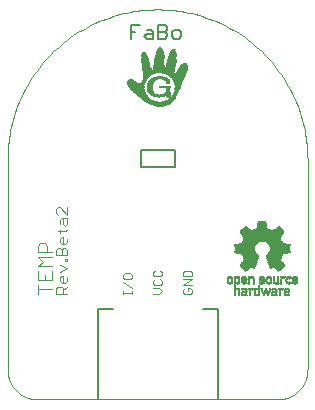
<source format=gto>
G75*
%MOIN*%
%OFA0B0*%
%FSLAX25Y25*%
%IPPOS*%
%LPD*%
%AMOC8*
5,1,8,0,0,1.08239X$1,22.5*
%
%ADD10C,0.00400*%
%ADD11C,0.00300*%
%ADD12C,0.00500*%
%ADD13C,0.00000*%
%ADD14R,0.01012X0.00046*%
%ADD15R,0.01840X0.00046*%
%ADD16R,0.02438X0.00046*%
%ADD17R,0.02852X0.00046*%
%ADD18R,0.03266X0.00046*%
%ADD19R,0.03634X0.00046*%
%ADD20R,0.03910X0.00046*%
%ADD21R,0.04232X0.00046*%
%ADD22R,0.04462X0.00046*%
%ADD23R,0.04738X0.00046*%
%ADD24R,0.04968X0.00046*%
%ADD25R,0.05198X0.00046*%
%ADD26R,0.05428X0.00046*%
%ADD27R,0.05612X0.00046*%
%ADD28R,0.05750X0.00046*%
%ADD29R,0.05980X0.00046*%
%ADD30R,0.06164X0.00046*%
%ADD31R,0.06394X0.00046*%
%ADD32R,0.06532X0.00046*%
%ADD33R,0.06716X0.00046*%
%ADD34R,0.06854X0.00046*%
%ADD35R,0.07038X0.00046*%
%ADD36R,0.07176X0.00046*%
%ADD37R,0.07360X0.00046*%
%ADD38R,0.07498X0.00046*%
%ADD39R,0.07636X0.00046*%
%ADD40R,0.07774X0.00046*%
%ADD41R,0.07958X0.00046*%
%ADD42R,0.08096X0.00046*%
%ADD43R,0.08234X0.00046*%
%ADD44R,0.08326X0.00046*%
%ADD45R,0.08464X0.00046*%
%ADD46R,0.08602X0.00046*%
%ADD47R,0.04048X0.00046*%
%ADD48R,0.03496X0.00046*%
%ADD49R,0.03772X0.00046*%
%ADD50R,0.03174X0.00046*%
%ADD51R,0.03588X0.00046*%
%ADD52R,0.03036X0.00046*%
%ADD53R,0.03542X0.00046*%
%ADD54R,0.03404X0.00046*%
%ADD55R,0.02760X0.00046*%
%ADD56R,0.03312X0.00046*%
%ADD57R,0.02668X0.00046*%
%ADD58R,0.03220X0.00046*%
%ADD59R,0.02576X0.00046*%
%ADD60R,0.03220X0.00046*%
%ADD61R,0.02484X0.00046*%
%ADD62R,0.03128X0.00046*%
%ADD63R,0.02346X0.00046*%
%ADD64R,0.02300X0.00046*%
%ADD65R,0.02254X0.00046*%
%ADD66R,0.02990X0.00046*%
%ADD67R,0.02162X0.00046*%
%ADD68R,0.02944X0.00046*%
%ADD69R,0.02116X0.00046*%
%ADD70R,0.02070X0.00046*%
%ADD71R,0.02024X0.00046*%
%ADD72R,0.02898X0.00046*%
%ADD73R,0.01978X0.00046*%
%ADD74R,0.01932X0.00046*%
%ADD75R,0.02898X0.00046*%
%ADD76R,0.01886X0.00046*%
%ADD77R,0.01840X0.00046*%
%ADD78R,0.01794X0.00046*%
%ADD79R,0.01748X0.00046*%
%ADD80R,0.01702X0.00046*%
%ADD81R,0.01656X0.00046*%
%ADD82R,0.01564X0.00046*%
%ADD83R,0.01610X0.00046*%
%ADD84R,0.02990X0.00046*%
%ADD85R,0.00506X0.00046*%
%ADD86R,0.01288X0.00046*%
%ADD87R,0.01518X0.00046*%
%ADD88R,0.01564X0.00046*%
%ADD89R,0.01334X0.00046*%
%ADD90R,0.01380X0.00046*%
%ADD91R,0.03082X0.00046*%
%ADD92R,0.01426X0.00046*%
%ADD93R,0.03818X0.00046*%
%ADD94R,0.04002X0.00046*%
%ADD95R,0.01472X0.00046*%
%ADD96R,0.04278X0.00046*%
%ADD97R,0.04462X0.00046*%
%ADD98R,0.04600X0.00046*%
%ADD99R,0.04784X0.00046*%
%ADD100R,0.01426X0.00046*%
%ADD101R,0.06440X0.00046*%
%ADD102R,0.06486X0.00046*%
%ADD103R,0.06578X0.00046*%
%ADD104R,0.02208X0.00046*%
%ADD105R,0.02714X0.00046*%
%ADD106R,0.03358X0.00046*%
%ADD107R,0.02070X0.00046*%
%ADD108R,0.03404X0.00046*%
%ADD109R,0.03450X0.00046*%
%ADD110R,0.01978X0.00046*%
%ADD111R,0.03634X0.00046*%
%ADD112R,0.03680X0.00046*%
%ADD113R,0.03726X0.00046*%
%ADD114R,0.03864X0.00046*%
%ADD115R,0.03956X0.00046*%
%ADD116R,0.04094X0.00046*%
%ADD117R,0.04140X0.00046*%
%ADD118R,0.04140X0.00046*%
%ADD119R,0.04186X0.00046*%
%ADD120R,0.01748X0.00046*%
%ADD121R,0.04324X0.00046*%
%ADD122R,0.04370X0.00046*%
%ADD123R,0.04416X0.00046*%
%ADD124R,0.04508X0.00046*%
%ADD125R,0.01656X0.00046*%
%ADD126R,0.04554X0.00046*%
%ADD127R,0.04646X0.00046*%
%ADD128R,0.04692X0.00046*%
%ADD129R,0.04784X0.00046*%
%ADD130R,0.04830X0.00046*%
%ADD131R,0.04876X0.00046*%
%ADD132R,0.04922X0.00046*%
%ADD133R,0.05014X0.00046*%
%ADD134R,0.05060X0.00046*%
%ADD135R,0.05106X0.00046*%
%ADD136R,0.05152X0.00046*%
%ADD137R,0.05244X0.00046*%
%ADD138R,0.05290X0.00046*%
%ADD139R,0.05382X0.00046*%
%ADD140R,0.02162X0.00046*%
%ADD141R,0.05474X0.00046*%
%ADD142R,0.05520X0.00046*%
%ADD143R,0.05566X0.00046*%
%ADD144R,0.05612X0.00046*%
%ADD145R,0.02392X0.00046*%
%ADD146R,0.05658X0.00046*%
%ADD147R,0.05704X0.00046*%
%ADD148R,0.02484X0.00046*%
%ADD149R,0.02530X0.00046*%
%ADD150R,0.05796X0.00046*%
%ADD151R,0.01242X0.00046*%
%ADD152R,0.01150X0.00046*%
%ADD153R,0.01104X0.00046*%
%ADD154R,0.02806X0.00046*%
%ADD155R,0.01058X0.00046*%
%ADD156R,0.01012X0.00046*%
%ADD157R,0.00966X0.00046*%
%ADD158R,0.02622X0.00046*%
%ADD159R,0.02576X0.00046*%
%ADD160R,0.02392X0.00046*%
%ADD161R,0.01334X0.00046*%
%ADD162R,0.00874X0.00046*%
%ADD163R,0.03726X0.00046*%
%ADD164R,0.00552X0.00046*%
%ADD165R,0.01196X0.00046*%
%ADD166R,0.01242X0.00046*%
%ADD167R,0.05336X0.00046*%
%ADD168R,0.02668X0.00046*%
%ADD169R,0.04876X0.00046*%
%ADD170R,0.05290X0.00046*%
%ADD171R,0.05520X0.00046*%
%ADD172R,0.05704X0.00046*%
%ADD173R,0.05888X0.00046*%
%ADD174R,0.05934X0.00046*%
%ADD175R,0.02806X0.00046*%
%ADD176R,0.06026X0.00046*%
%ADD177R,0.06164X0.00046*%
%ADD178R,0.06256X0.00046*%
%ADD179R,0.06348X0.00046*%
%ADD180R,0.03128X0.00046*%
%ADD181R,0.03956X0.00046*%
%ADD182R,0.10258X0.00046*%
%ADD183R,0.10304X0.00046*%
%ADD184R,0.10350X0.00046*%
%ADD185R,0.10396X0.00046*%
%ADD186R,0.10442X0.00046*%
%ADD187R,0.10488X0.00046*%
%ADD188R,0.10534X0.00046*%
%ADD189R,0.10580X0.00046*%
%ADD190R,0.07406X0.00046*%
%ADD191R,0.00736X0.00046*%
%ADD192R,0.03312X0.00046*%
%ADD193R,0.00920X0.00046*%
%ADD194R,0.00828X0.00046*%
%ADD195R,0.00690X0.00046*%
%ADD196R,0.00230X0.00046*%
%ADD197R,0.00782X0.00046*%
%ADD198R,0.00644X0.00046*%
%ADD199R,0.00276X0.00046*%
%ADD200R,0.00414X0.00046*%
%ADD201R,0.00650X0.00050*%
%ADD202R,0.00950X0.00050*%
%ADD203R,0.00800X0.00050*%
%ADD204R,0.00550X0.00050*%
%ADD205R,0.00600X0.00050*%
%ADD206R,0.01750X0.00050*%
%ADD207R,0.01000X0.00050*%
%ADD208R,0.01200X0.00050*%
%ADD209R,0.01800X0.00050*%
%ADD210R,0.01350X0.00050*%
%ADD211R,0.01900X0.00050*%
%ADD212R,0.00700X0.00050*%
%ADD213R,0.01850X0.00050*%
%ADD214R,0.01500X0.00050*%
%ADD215R,0.01950X0.00050*%
%ADD216R,0.01650X0.00050*%
%ADD217R,0.00750X0.00050*%
%ADD218R,0.02000X0.00050*%
%ADD219R,0.02050X0.00050*%
%ADD220R,0.00850X0.00050*%
%ADD221R,0.02100X0.00050*%
%ADD222R,0.00900X0.00050*%
%ADD223R,0.00450X0.00050*%
%ADD224R,0.00300X0.00050*%
%ADD225R,0.00200X0.00050*%
%ADD226R,0.01050X0.00050*%
%ADD227R,0.00100X0.00050*%
%ADD228R,0.01100X0.00050*%
%ADD229R,0.01150X0.00050*%
%ADD230R,0.02200X0.00050*%
%ADD231R,0.01250X0.00050*%
%ADD232R,0.00150X0.00050*%
%ADD233R,0.00250X0.00050*%
%ADD234R,0.00500X0.00050*%
%ADD235R,0.01550X0.00050*%
%ADD236R,0.01600X0.00050*%
%ADD237R,0.01700X0.00050*%
%ADD238R,0.01400X0.00050*%
%ADD239R,0.01300X0.00050*%
%ADD240R,0.00400X0.00050*%
%ADD241R,0.01450X0.00050*%
%ADD242R,0.02150X0.00050*%
%ADD243R,0.00350X0.00050*%
%ADD244R,0.00050X0.00050*%
%ADD245R,0.02250X0.00050*%
%ADD246R,0.02400X0.00050*%
%ADD247R,0.02500X0.00050*%
%ADD248R,0.02650X0.00050*%
%ADD249R,0.02750X0.00050*%
%ADD250R,0.02900X0.00050*%
%ADD251R,0.03000X0.00050*%
%ADD252R,0.03150X0.00050*%
%ADD253R,0.03250X0.00050*%
%ADD254R,0.04600X0.00050*%
%ADD255R,0.04650X0.00050*%
%ADD256R,0.04750X0.00050*%
%ADD257R,0.04800X0.00050*%
%ADD258R,0.04900X0.00050*%
%ADD259R,0.04950X0.00050*%
%ADD260R,0.05000X0.00050*%
%ADD261R,0.05100X0.00050*%
%ADD262R,0.05150X0.00050*%
%ADD263R,0.05200X0.00050*%
%ADD264R,0.05250X0.00050*%
%ADD265R,0.05050X0.00050*%
%ADD266R,0.04850X0.00050*%
%ADD267R,0.05300X0.00050*%
%ADD268R,0.05350X0.00050*%
%ADD269R,0.05450X0.00050*%
%ADD270R,0.05500X0.00050*%
%ADD271R,0.05550X0.00050*%
%ADD272R,0.05650X0.00050*%
%ADD273R,0.05600X0.00050*%
%ADD274R,0.05400X0.00050*%
%ADD275R,0.05700X0.00050*%
%ADD276R,0.05900X0.00050*%
%ADD277R,0.06150X0.00050*%
%ADD278R,0.06350X0.00050*%
%ADD279R,0.06550X0.00050*%
%ADD280R,0.06850X0.00050*%
%ADD281R,0.07050X0.00050*%
%ADD282R,0.07100X0.00050*%
%ADD283R,0.07000X0.00050*%
%ADD284R,0.06950X0.00050*%
%ADD285R,0.06900X0.00050*%
%ADD286R,0.06800X0.00050*%
%ADD287R,0.06600X0.00050*%
%ADD288R,0.05750X0.00050*%
%ADD289R,0.06050X0.00050*%
%ADD290R,0.13050X0.00050*%
%ADD291R,0.12950X0.00050*%
%ADD292R,0.12850X0.00050*%
%ADD293R,0.12750X0.00050*%
%ADD294R,0.12650X0.00050*%
%ADD295R,0.12550X0.00050*%
%ADD296R,0.12450X0.00050*%
%ADD297R,0.12350X0.00050*%
%ADD298R,0.12250X0.00050*%
%ADD299R,0.12150X0.00050*%
%ADD300R,0.13150X0.00050*%
%ADD301R,0.13250X0.00050*%
%ADD302R,0.13350X0.00050*%
%ADD303R,0.13450X0.00050*%
%ADD304R,0.13550X0.00050*%
%ADD305R,0.13650X0.00050*%
%ADD306R,0.13750X0.00050*%
%ADD307R,0.13850X0.00050*%
%ADD308R,0.13950X0.00050*%
%ADD309R,0.14050X0.00050*%
%ADD310R,0.14150X0.00050*%
%ADD311R,0.14250X0.00050*%
%ADD312R,0.14350X0.00050*%
%ADD313R,0.14450X0.00050*%
%ADD314R,0.14550X0.00050*%
%ADD315R,0.14650X0.00050*%
%ADD316R,0.14750X0.00050*%
%ADD317R,0.14850X0.00050*%
%ADD318R,0.14950X0.00050*%
%ADD319R,0.03450X0.00050*%
%ADD320R,0.06750X0.00050*%
%ADD321R,0.03300X0.00050*%
%ADD322R,0.06450X0.00050*%
%ADD323R,0.03200X0.00050*%
%ADD324R,0.06250X0.00050*%
%ADD325R,0.03050X0.00050*%
%ADD326R,0.05950X0.00050*%
%ADD327R,0.02950X0.00050*%
%ADD328R,0.02850X0.00050*%
%ADD329R,0.02800X0.00050*%
%ADD330R,0.02700X0.00050*%
%ADD331R,0.02600X0.00050*%
%ADD332R,0.02450X0.00050*%
%ADD333R,0.02350X0.00050*%
%ADD334R,0.04550X0.00050*%
%ADD335R,0.04250X0.00050*%
%ADD336R,0.04050X0.00050*%
%ADD337R,0.03750X0.00050*%
%ADD338R,0.03650X0.00050*%
%ADD339R,0.03550X0.00050*%
%ADD340R,0.03350X0.00050*%
D10*
X0016996Y0059206D02*
X0016996Y0062275D01*
X0016996Y0060741D02*
X0021600Y0060741D01*
X0021600Y0063810D02*
X0021600Y0066879D01*
X0021600Y0068414D02*
X0016996Y0068414D01*
X0018531Y0069948D01*
X0016996Y0071483D01*
X0021600Y0071483D01*
X0021600Y0073018D02*
X0016996Y0073018D01*
X0016996Y0075320D01*
X0017763Y0076087D01*
X0019298Y0076087D01*
X0020065Y0075320D01*
X0020065Y0073018D01*
X0016996Y0066879D02*
X0016996Y0063810D01*
X0021600Y0063810D01*
X0019298Y0063810D02*
X0019298Y0065344D01*
D11*
X0023564Y0061625D02*
X0022947Y0061007D01*
X0022947Y0059156D01*
X0026650Y0059156D01*
X0025416Y0059156D02*
X0025416Y0061007D01*
X0024798Y0061625D01*
X0023564Y0061625D01*
X0024798Y0062839D02*
X0024181Y0063456D01*
X0024181Y0064691D01*
X0024798Y0065308D01*
X0025416Y0065308D01*
X0025416Y0062839D01*
X0026033Y0062839D02*
X0024798Y0062839D01*
X0026033Y0062839D02*
X0026650Y0063456D01*
X0026650Y0064691D01*
X0026650Y0067757D02*
X0024181Y0068991D01*
X0026033Y0070205D02*
X0026033Y0070823D01*
X0026650Y0070823D01*
X0026650Y0070205D01*
X0026033Y0070205D01*
X0026650Y0072047D02*
X0026650Y0073898D01*
X0026033Y0074516D01*
X0025416Y0074516D01*
X0024798Y0073898D01*
X0024798Y0072047D01*
X0022947Y0072047D02*
X0022947Y0073898D01*
X0023564Y0074516D01*
X0024181Y0074516D01*
X0024798Y0073898D01*
X0022947Y0072047D02*
X0026650Y0072047D01*
X0026650Y0067757D02*
X0024181Y0066522D01*
X0026650Y0061625D02*
X0025416Y0060390D01*
X0025416Y0075730D02*
X0025416Y0078199D01*
X0024798Y0078199D01*
X0024181Y0077582D01*
X0024181Y0076347D01*
X0024798Y0075730D01*
X0026033Y0075730D01*
X0026650Y0076347D01*
X0026650Y0077582D01*
X0026033Y0080030D02*
X0026650Y0080648D01*
X0026033Y0080030D02*
X0023564Y0080030D01*
X0024181Y0079413D02*
X0024181Y0080648D01*
X0024181Y0082486D02*
X0024181Y0083720D01*
X0024798Y0084337D01*
X0026650Y0084337D01*
X0026650Y0082486D01*
X0026033Y0081869D01*
X0025416Y0082486D01*
X0025416Y0084337D01*
X0026650Y0085552D02*
X0024181Y0088021D01*
X0023564Y0088021D01*
X0022947Y0087403D01*
X0022947Y0086169D01*
X0023564Y0085552D01*
X0026650Y0085552D02*
X0026650Y0088021D01*
X0045831Y0066002D02*
X0045348Y0065518D01*
X0045348Y0064551D01*
X0045831Y0064067D01*
X0047766Y0064067D01*
X0048250Y0064551D01*
X0048250Y0065518D01*
X0047766Y0066002D01*
X0045831Y0066002D01*
X0045348Y0063055D02*
X0048250Y0061120D01*
X0048250Y0060123D02*
X0048250Y0059156D01*
X0048250Y0059640D02*
X0045348Y0059640D01*
X0045348Y0060123D02*
X0045348Y0059156D01*
X0055348Y0059156D02*
X0057283Y0059156D01*
X0058250Y0060123D01*
X0057283Y0061091D01*
X0055348Y0061091D01*
X0055831Y0062102D02*
X0055348Y0062586D01*
X0055348Y0063554D01*
X0055831Y0064037D01*
X0055831Y0065049D02*
X0055348Y0065533D01*
X0055348Y0066500D01*
X0055831Y0066984D01*
X0055831Y0065049D02*
X0057766Y0065049D01*
X0058250Y0065533D01*
X0058250Y0066500D01*
X0057766Y0066984D01*
X0057766Y0064037D02*
X0058250Y0063554D01*
X0058250Y0062586D01*
X0057766Y0062102D01*
X0055831Y0062102D01*
X0065348Y0062102D02*
X0068250Y0064037D01*
X0065348Y0064037D01*
X0065348Y0065049D02*
X0065348Y0066500D01*
X0065831Y0066984D01*
X0067766Y0066984D01*
X0068250Y0066500D01*
X0068250Y0065049D01*
X0065348Y0065049D01*
X0065348Y0062102D02*
X0068250Y0062102D01*
X0067766Y0061091D02*
X0066799Y0061091D01*
X0066799Y0060123D01*
X0067766Y0059156D02*
X0065831Y0059156D01*
X0065348Y0059640D01*
X0065348Y0060607D01*
X0065831Y0061091D01*
X0067766Y0061091D02*
X0068250Y0060607D01*
X0068250Y0059640D01*
X0067766Y0059156D01*
D12*
X0071800Y0054006D02*
X0076800Y0054006D01*
X0076800Y0024006D01*
X0041800Y0054006D02*
X0036800Y0054006D01*
X0036800Y0024006D01*
X0051288Y0101644D02*
X0051288Y0107156D01*
X0062706Y0107156D01*
X0062706Y0101644D01*
X0051288Y0101644D01*
X0053197Y0144256D02*
X0052446Y0145007D01*
X0053197Y0145757D01*
X0055449Y0145757D01*
X0055449Y0146508D02*
X0055449Y0144256D01*
X0053197Y0144256D01*
X0053197Y0147258D02*
X0054698Y0147258D01*
X0055449Y0146508D01*
X0057050Y0146508D02*
X0059302Y0146508D01*
X0060053Y0145757D01*
X0060053Y0145007D01*
X0059302Y0144256D01*
X0057050Y0144256D01*
X0057050Y0148760D01*
X0059302Y0148760D01*
X0060053Y0148009D01*
X0060053Y0147258D01*
X0059302Y0146508D01*
X0061654Y0146508D02*
X0061654Y0145007D01*
X0062405Y0144256D01*
X0063906Y0144256D01*
X0064656Y0145007D01*
X0064656Y0146508D01*
X0063906Y0147258D01*
X0062405Y0147258D01*
X0061654Y0146508D01*
X0050845Y0148760D02*
X0047842Y0148760D01*
X0047842Y0144256D01*
X0047842Y0146508D02*
X0049343Y0146508D01*
D13*
X0016800Y0024006D02*
X0096800Y0024006D01*
X0097042Y0024009D01*
X0097283Y0024018D01*
X0097524Y0024032D01*
X0097765Y0024053D01*
X0098005Y0024079D01*
X0098245Y0024111D01*
X0098484Y0024149D01*
X0098721Y0024192D01*
X0098958Y0024242D01*
X0099193Y0024297D01*
X0099427Y0024357D01*
X0099659Y0024424D01*
X0099890Y0024495D01*
X0100119Y0024573D01*
X0100346Y0024656D01*
X0100571Y0024744D01*
X0100794Y0024838D01*
X0101014Y0024937D01*
X0101232Y0025042D01*
X0101447Y0025151D01*
X0101660Y0025266D01*
X0101870Y0025386D01*
X0102076Y0025511D01*
X0102280Y0025641D01*
X0102481Y0025776D01*
X0102678Y0025916D01*
X0102872Y0026060D01*
X0103062Y0026209D01*
X0103248Y0026363D01*
X0103431Y0026521D01*
X0103610Y0026683D01*
X0103785Y0026850D01*
X0103956Y0027021D01*
X0104123Y0027196D01*
X0104285Y0027375D01*
X0104443Y0027558D01*
X0104597Y0027744D01*
X0104746Y0027934D01*
X0104890Y0028128D01*
X0105030Y0028325D01*
X0105165Y0028526D01*
X0105295Y0028730D01*
X0105420Y0028936D01*
X0105540Y0029146D01*
X0105655Y0029359D01*
X0105764Y0029574D01*
X0105869Y0029792D01*
X0105968Y0030012D01*
X0106062Y0030235D01*
X0106150Y0030460D01*
X0106233Y0030687D01*
X0106311Y0030916D01*
X0106382Y0031147D01*
X0106449Y0031379D01*
X0106509Y0031613D01*
X0106564Y0031848D01*
X0106614Y0032085D01*
X0106657Y0032322D01*
X0106695Y0032561D01*
X0106727Y0032801D01*
X0106753Y0033041D01*
X0106774Y0033282D01*
X0106788Y0033523D01*
X0106797Y0033764D01*
X0106800Y0034006D01*
X0106800Y0104006D01*
X0106785Y0105224D01*
X0106741Y0106440D01*
X0106667Y0107656D01*
X0106563Y0108869D01*
X0106430Y0110079D01*
X0106267Y0111286D01*
X0106075Y0112488D01*
X0105854Y0113686D01*
X0105604Y0114878D01*
X0105325Y0116063D01*
X0105017Y0117241D01*
X0104680Y0118411D01*
X0104315Y0119573D01*
X0103922Y0120725D01*
X0103501Y0121868D01*
X0103052Y0122999D01*
X0102576Y0124120D01*
X0102072Y0125229D01*
X0101542Y0126325D01*
X0100985Y0127408D01*
X0100402Y0128477D01*
X0099794Y0129531D01*
X0099159Y0130571D01*
X0098500Y0131594D01*
X0097816Y0132602D01*
X0097107Y0133592D01*
X0096375Y0134565D01*
X0095619Y0135519D01*
X0094840Y0136455D01*
X0094039Y0137372D01*
X0093215Y0138269D01*
X0092370Y0139145D01*
X0091504Y0140001D01*
X0090617Y0140836D01*
X0089710Y0141648D01*
X0088784Y0142438D01*
X0087838Y0143206D01*
X0086875Y0143950D01*
X0085893Y0144670D01*
X0084894Y0145367D01*
X0083879Y0146039D01*
X0082847Y0146686D01*
X0081800Y0147307D01*
X0080738Y0147903D01*
X0079662Y0148473D01*
X0078573Y0149017D01*
X0077470Y0149533D01*
X0076355Y0150023D01*
X0075229Y0150486D01*
X0074092Y0150921D01*
X0072944Y0151328D01*
X0071787Y0151707D01*
X0070621Y0152058D01*
X0069447Y0152380D01*
X0068265Y0152674D01*
X0067076Y0152939D01*
X0065882Y0153174D01*
X0064682Y0153381D01*
X0063477Y0153558D01*
X0062269Y0153706D01*
X0061057Y0153824D01*
X0059842Y0153913D01*
X0058626Y0153973D01*
X0057409Y0154002D01*
X0056191Y0154002D01*
X0054974Y0153973D01*
X0053758Y0153913D01*
X0052543Y0153824D01*
X0051331Y0153706D01*
X0050123Y0153558D01*
X0048918Y0153381D01*
X0047718Y0153174D01*
X0046524Y0152939D01*
X0045335Y0152674D01*
X0044153Y0152380D01*
X0042979Y0152058D01*
X0041813Y0151707D01*
X0040656Y0151328D01*
X0039508Y0150921D01*
X0038371Y0150486D01*
X0037245Y0150023D01*
X0036130Y0149533D01*
X0035027Y0149017D01*
X0033938Y0148473D01*
X0032862Y0147903D01*
X0031800Y0147307D01*
X0030753Y0146686D01*
X0029721Y0146039D01*
X0028706Y0145367D01*
X0027707Y0144670D01*
X0026725Y0143950D01*
X0025762Y0143206D01*
X0024816Y0142438D01*
X0023890Y0141648D01*
X0022983Y0140836D01*
X0022096Y0140001D01*
X0021230Y0139145D01*
X0020385Y0138269D01*
X0019561Y0137372D01*
X0018760Y0136455D01*
X0017981Y0135519D01*
X0017225Y0134565D01*
X0016493Y0133592D01*
X0015784Y0132602D01*
X0015100Y0131594D01*
X0014441Y0130571D01*
X0013806Y0129531D01*
X0013198Y0128477D01*
X0012615Y0127408D01*
X0012058Y0126325D01*
X0011528Y0125229D01*
X0011024Y0124120D01*
X0010548Y0122999D01*
X0010099Y0121868D01*
X0009678Y0120725D01*
X0009285Y0119573D01*
X0008920Y0118411D01*
X0008583Y0117241D01*
X0008275Y0116063D01*
X0007996Y0114878D01*
X0007746Y0113686D01*
X0007525Y0112488D01*
X0007333Y0111286D01*
X0007170Y0110079D01*
X0007037Y0108869D01*
X0006933Y0107656D01*
X0006859Y0106440D01*
X0006815Y0105224D01*
X0006800Y0104006D01*
X0006800Y0034006D01*
X0006803Y0033764D01*
X0006812Y0033523D01*
X0006826Y0033282D01*
X0006847Y0033041D01*
X0006873Y0032801D01*
X0006905Y0032561D01*
X0006943Y0032322D01*
X0006986Y0032085D01*
X0007036Y0031848D01*
X0007091Y0031613D01*
X0007151Y0031379D01*
X0007218Y0031147D01*
X0007289Y0030916D01*
X0007367Y0030687D01*
X0007450Y0030460D01*
X0007538Y0030235D01*
X0007632Y0030012D01*
X0007731Y0029792D01*
X0007836Y0029574D01*
X0007945Y0029359D01*
X0008060Y0029146D01*
X0008180Y0028936D01*
X0008305Y0028730D01*
X0008435Y0028526D01*
X0008570Y0028325D01*
X0008710Y0028128D01*
X0008854Y0027934D01*
X0009003Y0027744D01*
X0009157Y0027558D01*
X0009315Y0027375D01*
X0009477Y0027196D01*
X0009644Y0027021D01*
X0009815Y0026850D01*
X0009990Y0026683D01*
X0010169Y0026521D01*
X0010352Y0026363D01*
X0010538Y0026209D01*
X0010728Y0026060D01*
X0010922Y0025916D01*
X0011119Y0025776D01*
X0011320Y0025641D01*
X0011524Y0025511D01*
X0011730Y0025386D01*
X0011940Y0025266D01*
X0012153Y0025151D01*
X0012368Y0025042D01*
X0012586Y0024937D01*
X0012806Y0024838D01*
X0013029Y0024744D01*
X0013254Y0024656D01*
X0013481Y0024573D01*
X0013710Y0024495D01*
X0013941Y0024424D01*
X0014173Y0024357D01*
X0014407Y0024297D01*
X0014642Y0024242D01*
X0014879Y0024192D01*
X0015116Y0024149D01*
X0015355Y0024111D01*
X0015595Y0024079D01*
X0015835Y0024053D01*
X0016076Y0024032D01*
X0016317Y0024018D01*
X0016558Y0024009D01*
X0016800Y0024006D01*
D14*
X0057679Y0121506D03*
D15*
X0057679Y0121552D03*
X0060209Y0126014D03*
X0061635Y0124082D03*
X0063521Y0127762D03*
X0063521Y0127808D03*
X0059703Y0130476D03*
X0054965Y0130016D03*
X0054919Y0129970D03*
X0054827Y0129832D03*
X0054781Y0129786D03*
X0054735Y0129694D03*
X0053079Y0131442D03*
X0054735Y0126060D03*
X0054781Y0126014D03*
X0048065Y0130246D03*
X0057679Y0140320D03*
X0062049Y0139722D03*
D16*
X0061934Y0138940D03*
X0061934Y0138894D03*
X0057656Y0139584D03*
X0057656Y0139630D03*
X0052596Y0137422D03*
X0052596Y0137376D03*
X0052596Y0137330D03*
X0053378Y0131902D03*
X0056046Y0130706D03*
X0059910Y0125600D03*
X0060784Y0123392D03*
X0057656Y0121598D03*
X0055632Y0125416D03*
X0048134Y0129924D03*
X0063682Y0128958D03*
X0063682Y0128912D03*
D17*
X0063705Y0129556D03*
X0060945Y0132362D03*
X0061773Y0137790D03*
X0061773Y0137836D03*
X0061773Y0137882D03*
X0061773Y0137928D03*
X0065407Y0134432D03*
X0065407Y0134386D03*
X0057587Y0138710D03*
X0057587Y0138756D03*
X0057587Y0138802D03*
X0057587Y0138848D03*
X0052941Y0135444D03*
X0052941Y0135398D03*
X0052987Y0135260D03*
X0052987Y0135214D03*
X0052987Y0135168D03*
X0053033Y0135076D03*
X0053033Y0135030D03*
X0053079Y0134846D03*
X0053539Y0132132D03*
X0055931Y0125370D03*
X0057679Y0121644D03*
X0060347Y0123162D03*
X0052711Y0124174D03*
D18*
X0051446Y0125416D03*
X0051400Y0125462D03*
X0053746Y0132316D03*
X0057426Y0137192D03*
X0057426Y0137238D03*
X0057426Y0137284D03*
X0057426Y0137330D03*
X0057426Y0137376D03*
X0063682Y0130062D03*
X0064878Y0133098D03*
X0064878Y0133144D03*
X0064924Y0133190D03*
X0057196Y0124864D03*
X0057656Y0121690D03*
D19*
X0057656Y0121736D03*
X0059312Y0125370D03*
X0048594Y0129234D03*
D20*
X0054022Y0132546D03*
X0057196Y0134248D03*
X0057196Y0134294D03*
X0057196Y0134340D03*
X0057196Y0134386D03*
X0057656Y0121782D03*
D21*
X0057633Y0121828D03*
X0050411Y0126796D03*
X0057679Y0131074D03*
X0063567Y0130936D03*
D22*
X0063498Y0131120D03*
X0057610Y0121874D03*
D23*
X0057610Y0121920D03*
X0050066Y0127394D03*
X0063452Y0131304D03*
D24*
X0063383Y0131488D03*
X0057587Y0121966D03*
X0049905Y0127762D03*
D25*
X0049790Y0128084D03*
X0049790Y0128130D03*
X0057610Y0122012D03*
X0063314Y0131626D03*
D26*
X0057633Y0130752D03*
X0057587Y0122058D03*
X0049721Y0128406D03*
X0049721Y0128452D03*
X0049721Y0128498D03*
D27*
X0057587Y0122104D03*
D28*
X0057564Y0122150D03*
X0049652Y0129096D03*
X0063176Y0131948D03*
D29*
X0057541Y0122196D03*
D30*
X0057541Y0122242D03*
D31*
X0057518Y0122288D03*
D32*
X0057495Y0122334D03*
D33*
X0057495Y0122380D03*
D34*
X0057472Y0122426D03*
D35*
X0057472Y0122472D03*
D36*
X0057449Y0122518D03*
D37*
X0057449Y0122564D03*
X0058783Y0133604D03*
X0058783Y0133650D03*
X0058829Y0133788D03*
D38*
X0057426Y0122610D03*
D39*
X0057403Y0122656D03*
D40*
X0057380Y0122702D03*
D41*
X0057380Y0122748D03*
D42*
X0057357Y0122794D03*
D43*
X0057334Y0122840D03*
D44*
X0057334Y0122886D03*
D45*
X0057311Y0122932D03*
D46*
X0057288Y0122978D03*
D47*
X0054919Y0123024D03*
X0050549Y0126566D03*
X0057219Y0133972D03*
X0063567Y0130798D03*
D48*
X0063659Y0130292D03*
X0064533Y0132546D03*
X0064579Y0132592D03*
X0060577Y0132592D03*
X0057311Y0135950D03*
X0057311Y0135996D03*
X0057311Y0136042D03*
X0057311Y0136088D03*
X0057311Y0136134D03*
X0057311Y0136180D03*
X0051055Y0125876D03*
X0051101Y0125830D03*
X0048525Y0129280D03*
X0059887Y0123024D03*
D49*
X0059243Y0128314D03*
X0057219Y0134662D03*
X0057219Y0134708D03*
X0057219Y0134754D03*
X0057219Y0134800D03*
X0057219Y0134846D03*
X0050779Y0126244D03*
X0050825Y0126198D03*
X0054735Y0123070D03*
D50*
X0051676Y0125140D03*
X0051630Y0125186D03*
X0051584Y0125232D03*
X0048364Y0129464D03*
X0053470Y0133604D03*
X0057472Y0137652D03*
X0057472Y0137698D03*
X0057472Y0137744D03*
X0057472Y0137790D03*
X0057472Y0137836D03*
X0061106Y0134478D03*
X0061060Y0134294D03*
X0061014Y0134156D03*
X0061014Y0134110D03*
X0060968Y0134018D03*
X0060968Y0133972D03*
X0060922Y0133834D03*
X0060738Y0132500D03*
X0065016Y0133420D03*
X0065062Y0133512D03*
X0060094Y0123070D03*
D51*
X0054551Y0123116D03*
X0053907Y0132454D03*
X0057265Y0135444D03*
X0057265Y0135490D03*
X0057265Y0135536D03*
X0057265Y0135582D03*
X0057265Y0135628D03*
X0064441Y0132408D03*
X0063659Y0130384D03*
D52*
X0063705Y0129786D03*
X0065223Y0133926D03*
X0065269Y0134018D03*
X0061543Y0136456D03*
X0061543Y0136502D03*
X0061543Y0136548D03*
X0061589Y0136686D03*
X0061589Y0136732D03*
X0061589Y0136778D03*
X0061589Y0136824D03*
X0061635Y0136916D03*
X0061635Y0136962D03*
X0061635Y0137008D03*
X0061635Y0137054D03*
X0057541Y0138250D03*
X0057541Y0138296D03*
X0057541Y0138342D03*
X0057541Y0138388D03*
X0053309Y0134064D03*
X0053309Y0134018D03*
X0053355Y0133972D03*
X0053355Y0133926D03*
X0053631Y0132224D03*
X0048295Y0129556D03*
X0051929Y0124864D03*
X0053631Y0123530D03*
X0053723Y0123484D03*
X0060209Y0123116D03*
D53*
X0057196Y0124910D03*
X0054436Y0123162D03*
X0051032Y0125922D03*
X0057288Y0135674D03*
X0057288Y0135720D03*
X0057288Y0135766D03*
X0057288Y0135812D03*
X0057288Y0135858D03*
X0057288Y0135904D03*
X0064464Y0132454D03*
X0064510Y0132500D03*
X0063682Y0130338D03*
D54*
X0064671Y0132730D03*
X0054321Y0123208D03*
X0051285Y0125600D03*
X0051239Y0125646D03*
X0048479Y0129326D03*
D55*
X0048203Y0129740D03*
X0052849Y0135812D03*
X0052849Y0135858D03*
X0052849Y0135904D03*
X0052849Y0135950D03*
X0052803Y0135996D03*
X0052803Y0136042D03*
X0052803Y0136088D03*
X0052803Y0136134D03*
X0057633Y0139032D03*
X0061819Y0138204D03*
X0061819Y0138158D03*
X0061819Y0138112D03*
X0065453Y0134570D03*
X0063705Y0129418D03*
X0060439Y0123208D03*
D56*
X0063705Y0130108D03*
X0064763Y0132914D03*
X0064809Y0132960D03*
X0064809Y0133006D03*
X0064855Y0133052D03*
X0060669Y0132546D03*
X0054183Y0123254D03*
X0051377Y0125508D03*
X0048433Y0129372D03*
D57*
X0048203Y0129786D03*
X0052757Y0136364D03*
X0052757Y0136410D03*
X0052757Y0136456D03*
X0052711Y0136548D03*
X0052711Y0136594D03*
X0052711Y0136640D03*
X0057633Y0139170D03*
X0057633Y0139216D03*
X0057633Y0139262D03*
X0061865Y0138480D03*
X0061865Y0138434D03*
X0061865Y0138388D03*
X0065499Y0134708D03*
X0063705Y0129326D03*
X0063705Y0129280D03*
X0063705Y0129234D03*
X0060531Y0123254D03*
D58*
X0063705Y0129970D03*
X0063705Y0130016D03*
X0060945Y0133880D03*
X0060945Y0133926D03*
X0054091Y0123300D03*
X0051469Y0125370D03*
X0048387Y0129418D03*
D59*
X0053447Y0131994D03*
X0052665Y0136824D03*
X0052665Y0136870D03*
X0052665Y0136916D03*
X0052665Y0136962D03*
X0057633Y0139354D03*
X0063705Y0129188D03*
X0063705Y0129142D03*
X0065545Y0134846D03*
X0059841Y0125554D03*
X0060623Y0123300D03*
X0057219Y0124772D03*
D60*
X0053999Y0123346D03*
X0051561Y0125278D03*
X0051515Y0125324D03*
X0057449Y0137422D03*
X0057449Y0137468D03*
X0057449Y0137514D03*
X0057449Y0137560D03*
X0057449Y0137606D03*
X0065039Y0133466D03*
X0064993Y0133374D03*
X0064993Y0133328D03*
X0064947Y0133282D03*
X0064947Y0133236D03*
D61*
X0060715Y0123346D03*
X0057679Y0139538D03*
D62*
X0057495Y0138020D03*
X0057495Y0137974D03*
X0057495Y0137928D03*
X0057495Y0137882D03*
X0061313Y0135398D03*
X0061313Y0135352D03*
X0061267Y0135168D03*
X0061267Y0135122D03*
X0061221Y0134984D03*
X0061221Y0134938D03*
X0061221Y0134892D03*
X0061175Y0134800D03*
X0061175Y0134754D03*
X0061175Y0134708D03*
X0061129Y0134662D03*
X0061129Y0134616D03*
X0061129Y0134570D03*
X0061129Y0134524D03*
X0061083Y0134432D03*
X0061083Y0134386D03*
X0061083Y0134340D03*
X0061037Y0134248D03*
X0061037Y0134202D03*
X0061405Y0135812D03*
X0065131Y0133696D03*
X0065131Y0133650D03*
X0065085Y0133604D03*
X0065085Y0133558D03*
X0063705Y0129924D03*
X0063705Y0129878D03*
X0059565Y0125416D03*
X0057725Y0131258D03*
X0053447Y0133650D03*
X0053447Y0133696D03*
X0053401Y0133788D03*
X0051745Y0125094D03*
X0053815Y0123438D03*
X0053907Y0123392D03*
D63*
X0055540Y0125462D03*
X0059956Y0125646D03*
X0060876Y0123438D03*
X0063682Y0128774D03*
X0063682Y0128820D03*
X0065614Y0135076D03*
X0061980Y0139078D03*
X0061980Y0139124D03*
X0052550Y0137652D03*
X0052550Y0137606D03*
X0052550Y0137560D03*
D64*
X0052527Y0137698D03*
X0052527Y0137744D03*
X0052527Y0137790D03*
X0057679Y0139768D03*
X0057679Y0139814D03*
X0057679Y0139860D03*
X0062003Y0139170D03*
X0065637Y0135168D03*
X0065637Y0135122D03*
X0063659Y0128728D03*
X0063659Y0128682D03*
X0063659Y0128636D03*
X0060945Y0123484D03*
X0059243Y0130706D03*
X0053309Y0131810D03*
X0048111Y0130016D03*
D65*
X0048088Y0130062D03*
X0053286Y0131764D03*
X0055908Y0130660D03*
X0060002Y0125692D03*
X0061014Y0123530D03*
X0065660Y0135214D03*
X0061980Y0139216D03*
X0052504Y0137928D03*
X0052504Y0137882D03*
X0052504Y0137836D03*
D66*
X0053194Y0134432D03*
X0053240Y0134294D03*
X0053240Y0134248D03*
X0051998Y0124818D03*
X0052044Y0124772D03*
X0052090Y0124726D03*
X0052228Y0124588D03*
X0053562Y0123576D03*
X0063728Y0129740D03*
X0065246Y0133972D03*
X0065292Y0134064D03*
X0065292Y0134110D03*
X0061612Y0136870D03*
X0061658Y0137100D03*
X0061658Y0137146D03*
X0061658Y0137192D03*
X0061658Y0137238D03*
X0061704Y0137422D03*
D67*
X0062026Y0139354D03*
X0065660Y0135260D03*
X0057748Y0131350D03*
X0055770Y0130614D03*
X0055310Y0125554D03*
X0057242Y0124726D03*
X0061060Y0123576D03*
X0061106Y0123622D03*
X0052458Y0138066D03*
X0052458Y0138112D03*
X0048088Y0130108D03*
D68*
X0048295Y0129602D03*
X0052297Y0124542D03*
X0052343Y0124496D03*
X0052389Y0124450D03*
X0052435Y0124404D03*
X0053263Y0123760D03*
X0053355Y0123714D03*
X0053401Y0123668D03*
X0053493Y0123622D03*
X0057219Y0124818D03*
X0053585Y0132178D03*
X0053217Y0134340D03*
X0053217Y0134386D03*
X0053171Y0134478D03*
X0053171Y0134524D03*
X0053125Y0134662D03*
X0057587Y0138572D03*
X0061727Y0137560D03*
X0061727Y0137514D03*
X0061727Y0137468D03*
X0061681Y0137376D03*
X0061681Y0137330D03*
X0061681Y0137284D03*
X0065361Y0134294D03*
X0065315Y0134202D03*
X0065315Y0134156D03*
X0063705Y0129694D03*
X0063705Y0129648D03*
X0060899Y0132408D03*
D69*
X0063613Y0128360D03*
X0063613Y0128314D03*
X0060071Y0125784D03*
X0061175Y0123668D03*
X0055701Y0130568D03*
X0053217Y0131672D03*
X0052435Y0138158D03*
X0052435Y0138204D03*
X0057679Y0139998D03*
X0057679Y0140044D03*
X0062003Y0139400D03*
X0065683Y0135306D03*
D70*
X0065706Y0135352D03*
X0060094Y0125830D03*
X0061244Y0123714D03*
X0053194Y0131626D03*
X0057702Y0140090D03*
D71*
X0057679Y0140136D03*
X0062049Y0139538D03*
X0055517Y0130476D03*
X0053171Y0131580D03*
X0055149Y0125646D03*
X0061313Y0123760D03*
X0063567Y0128084D03*
X0063567Y0128130D03*
X0052435Y0138250D03*
X0052435Y0138296D03*
X0048065Y0130154D03*
D72*
X0053148Y0134570D03*
X0053148Y0134616D03*
X0053102Y0134708D03*
X0053102Y0134754D03*
X0053102Y0134800D03*
X0053056Y0134892D03*
X0053056Y0134938D03*
X0053056Y0134984D03*
X0052642Y0124220D03*
X0052780Y0124128D03*
X0052826Y0124082D03*
X0053056Y0123898D03*
X0053148Y0123852D03*
X0053194Y0123806D03*
X0059680Y0125462D03*
X0065338Y0134248D03*
X0065384Y0134340D03*
D73*
X0065706Y0135398D03*
X0062026Y0139584D03*
X0059588Y0130568D03*
X0060140Y0125876D03*
X0061336Y0123806D03*
X0055080Y0125692D03*
X0055310Y0130338D03*
X0052412Y0138342D03*
X0052412Y0138388D03*
X0052412Y0138434D03*
D74*
X0052389Y0138480D03*
X0057679Y0140228D03*
X0062049Y0139630D03*
X0055241Y0130292D03*
X0055195Y0130246D03*
X0055149Y0130200D03*
X0055103Y0130154D03*
X0055057Y0130108D03*
X0060163Y0125922D03*
X0061451Y0123898D03*
X0061405Y0123852D03*
X0063567Y0127946D03*
X0063567Y0127992D03*
X0063567Y0128038D03*
X0048065Y0130200D03*
D75*
X0048272Y0129648D03*
X0052504Y0124358D03*
X0052550Y0124312D03*
X0052596Y0124266D03*
X0052872Y0124036D03*
X0052964Y0123990D03*
X0053010Y0123944D03*
X0053010Y0135122D03*
X0057564Y0138618D03*
X0057564Y0138664D03*
X0061750Y0137744D03*
X0061750Y0137698D03*
X0061750Y0137652D03*
X0061750Y0137606D03*
X0063728Y0129602D03*
D76*
X0063544Y0127900D03*
X0063544Y0127854D03*
X0061520Y0123944D03*
X0060186Y0125968D03*
X0059680Y0130522D03*
X0055034Y0130062D03*
X0054896Y0129924D03*
X0054850Y0129878D03*
X0053102Y0131488D03*
X0054804Y0125968D03*
X0054850Y0125922D03*
X0054896Y0125876D03*
X0054942Y0125830D03*
X0054988Y0125784D03*
X0052366Y0138526D03*
X0057702Y0140274D03*
X0062072Y0139676D03*
X0065752Y0135444D03*
D77*
X0063475Y0127716D03*
X0063475Y0127670D03*
X0063475Y0127624D03*
X0061589Y0124036D03*
X0061543Y0123990D03*
X0054643Y0129556D03*
X0054689Y0129648D03*
X0052389Y0138572D03*
D78*
X0052366Y0138618D03*
X0052366Y0138664D03*
X0053056Y0131396D03*
X0054482Y0129280D03*
X0054482Y0129234D03*
X0054436Y0129188D03*
X0054436Y0129142D03*
X0054436Y0129096D03*
X0054390Y0129050D03*
X0054390Y0129004D03*
X0054344Y0128866D03*
X0054298Y0128682D03*
X0054528Y0129326D03*
X0054528Y0129372D03*
X0054574Y0129418D03*
X0054574Y0129464D03*
X0054620Y0129510D03*
X0054666Y0129602D03*
X0054758Y0129740D03*
X0054528Y0126382D03*
X0054574Y0126290D03*
X0054620Y0126244D03*
X0054620Y0126198D03*
X0054666Y0126152D03*
X0054712Y0126106D03*
X0059772Y0130430D03*
X0060232Y0126106D03*
X0060232Y0126060D03*
X0061704Y0124128D03*
X0063452Y0127532D03*
X0063452Y0127578D03*
X0065752Y0135490D03*
X0062072Y0139768D03*
D79*
X0059841Y0130384D03*
X0059887Y0130338D03*
X0059933Y0130292D03*
X0060255Y0126152D03*
X0061819Y0124266D03*
X0061773Y0124220D03*
X0061727Y0124174D03*
X0054551Y0126336D03*
X0054505Y0126428D03*
X0054505Y0126474D03*
X0054459Y0126520D03*
X0054459Y0126566D03*
X0054413Y0126612D03*
X0054413Y0126658D03*
X0054367Y0126750D03*
X0054367Y0126796D03*
X0054367Y0128912D03*
X0054367Y0128958D03*
X0053033Y0131350D03*
D80*
X0053010Y0131304D03*
X0052964Y0131258D03*
X0054252Y0128452D03*
X0054206Y0128038D03*
X0054206Y0127992D03*
X0054206Y0127946D03*
X0054206Y0127900D03*
X0054206Y0127854D03*
X0054206Y0127808D03*
X0054206Y0127762D03*
X0054206Y0127716D03*
X0054206Y0127670D03*
X0054206Y0127624D03*
X0054206Y0127578D03*
X0054252Y0127394D03*
X0054252Y0127348D03*
X0054252Y0127302D03*
X0054252Y0127256D03*
X0054252Y0127210D03*
X0054298Y0127072D03*
X0054298Y0127026D03*
X0054298Y0126980D03*
X0054344Y0126842D03*
X0054390Y0126704D03*
X0059956Y0130246D03*
X0060002Y0130200D03*
X0060278Y0126244D03*
X0060278Y0126198D03*
X0061934Y0124404D03*
X0061888Y0124358D03*
X0061842Y0124312D03*
X0063406Y0127302D03*
X0063406Y0127348D03*
X0063406Y0127394D03*
X0062072Y0139814D03*
X0062072Y0139860D03*
X0057702Y0140412D03*
D81*
X0057679Y0140458D03*
X0052343Y0138802D03*
X0060025Y0130154D03*
X0060071Y0130108D03*
X0060301Y0126336D03*
X0060301Y0126290D03*
X0062003Y0124496D03*
X0061957Y0124450D03*
X0063383Y0127210D03*
X0063383Y0127256D03*
X0065775Y0135582D03*
D82*
X0062095Y0139952D03*
X0062095Y0139998D03*
X0057679Y0140504D03*
X0052895Y0131120D03*
X0060255Y0129740D03*
X0060255Y0129694D03*
X0060255Y0129648D03*
X0060301Y0129556D03*
X0060301Y0129510D03*
X0060301Y0129464D03*
X0060301Y0129418D03*
X0060301Y0129372D03*
X0060301Y0129326D03*
X0060347Y0126796D03*
X0060347Y0126750D03*
X0060347Y0126704D03*
X0060347Y0126658D03*
X0060347Y0126612D03*
X0060347Y0126566D03*
X0060347Y0126520D03*
X0062187Y0124726D03*
X0062233Y0124772D03*
X0062049Y0124542D03*
X0063199Y0126704D03*
X0063245Y0126796D03*
X0063245Y0126842D03*
D83*
X0063268Y0126888D03*
X0063314Y0127026D03*
X0063314Y0127072D03*
X0062118Y0124634D03*
X0062072Y0124588D03*
X0060324Y0126382D03*
X0060324Y0126428D03*
X0060324Y0126474D03*
X0060324Y0129280D03*
X0060278Y0129602D03*
X0060232Y0129786D03*
X0060186Y0129878D03*
X0060186Y0129924D03*
X0060140Y0129970D03*
X0060140Y0130016D03*
X0060094Y0130062D03*
X0052918Y0131166D03*
X0048042Y0130338D03*
X0052320Y0138848D03*
X0052320Y0138894D03*
D84*
X0053286Y0134202D03*
X0053286Y0134156D03*
X0053286Y0134110D03*
X0057564Y0138434D03*
X0057564Y0138480D03*
X0057564Y0138526D03*
X0052136Y0124680D03*
X0052182Y0124634D03*
D85*
X0057242Y0124634D03*
X0052228Y0139538D03*
X0062164Y0140550D03*
D86*
X0052297Y0139170D03*
X0052757Y0130798D03*
X0052711Y0130752D03*
X0051929Y0129280D03*
X0060485Y0124680D03*
X0060485Y0124634D03*
D87*
X0060370Y0125186D03*
X0060370Y0126842D03*
X0060370Y0126888D03*
X0060370Y0126934D03*
X0060370Y0126980D03*
X0060370Y0127026D03*
X0060370Y0127072D03*
X0060370Y0127118D03*
X0060370Y0127164D03*
X0060370Y0127210D03*
X0060370Y0127256D03*
X0060370Y0127302D03*
X0060370Y0127348D03*
X0060370Y0127394D03*
X0060370Y0127440D03*
X0060370Y0127486D03*
X0060370Y0127532D03*
X0060370Y0127578D03*
X0060370Y0127624D03*
X0063176Y0126658D03*
X0063176Y0126612D03*
X0063176Y0126566D03*
X0063130Y0126520D03*
X0063130Y0126474D03*
X0063084Y0126382D03*
X0063222Y0126750D03*
X0062348Y0124956D03*
X0062302Y0124910D03*
X0062302Y0124864D03*
X0062256Y0124818D03*
X0057242Y0124680D03*
X0052872Y0131074D03*
X0052320Y0138940D03*
X0057702Y0140550D03*
X0065798Y0135628D03*
D88*
X0060209Y0129832D03*
X0063291Y0126980D03*
X0063291Y0126934D03*
X0062141Y0124680D03*
D89*
X0060462Y0124726D03*
X0052780Y0130844D03*
X0052274Y0139124D03*
X0057702Y0140688D03*
D90*
X0057679Y0140642D03*
X0052297Y0139078D03*
X0052803Y0130890D03*
X0060439Y0124864D03*
X0060439Y0124818D03*
X0060439Y0124772D03*
X0065821Y0135674D03*
D91*
X0065200Y0133880D03*
X0065200Y0133834D03*
X0065154Y0133742D03*
X0063728Y0129832D03*
X0060830Y0132454D03*
X0061198Y0134846D03*
X0061244Y0135030D03*
X0061244Y0135076D03*
X0061290Y0135214D03*
X0061290Y0135260D03*
X0061290Y0135306D03*
X0061336Y0135444D03*
X0061336Y0135490D03*
X0061336Y0135536D03*
X0061382Y0135628D03*
X0061382Y0135674D03*
X0061382Y0135720D03*
X0061382Y0135766D03*
X0061428Y0135858D03*
X0061428Y0135904D03*
X0061428Y0135950D03*
X0061428Y0135996D03*
X0061474Y0136042D03*
X0061474Y0136088D03*
X0061474Y0136134D03*
X0061474Y0136180D03*
X0061474Y0136226D03*
X0061520Y0136272D03*
X0061520Y0136318D03*
X0061520Y0136364D03*
X0061520Y0136410D03*
X0061566Y0136594D03*
X0061566Y0136640D03*
X0057518Y0138066D03*
X0057518Y0138112D03*
X0057518Y0138158D03*
X0057518Y0138204D03*
X0053424Y0133742D03*
X0053378Y0133834D03*
X0053378Y0133880D03*
X0048318Y0129510D03*
X0051768Y0125048D03*
X0051814Y0125002D03*
X0051860Y0124956D03*
X0051906Y0124910D03*
D92*
X0052826Y0130936D03*
X0052826Y0130982D03*
X0060416Y0125002D03*
X0060416Y0124956D03*
X0060416Y0124910D03*
X0062578Y0125324D03*
X0062624Y0125416D03*
X0062670Y0125508D03*
X0062716Y0125554D03*
X0062716Y0125600D03*
X0062762Y0125646D03*
X0062762Y0125692D03*
X0062808Y0125738D03*
X0062808Y0125784D03*
X0062992Y0126152D03*
D93*
X0059220Y0127670D03*
X0059220Y0127716D03*
X0059220Y0127762D03*
X0059220Y0127808D03*
X0059220Y0127854D03*
X0059220Y0127900D03*
X0059220Y0127946D03*
X0059220Y0127992D03*
X0059220Y0128038D03*
X0059220Y0128084D03*
X0059220Y0128130D03*
X0059220Y0128176D03*
X0059220Y0128222D03*
X0059220Y0128268D03*
X0057196Y0124956D03*
X0050756Y0126290D03*
X0050710Y0126336D03*
X0057196Y0134616D03*
X0063636Y0130614D03*
X0063636Y0130568D03*
D94*
X0063590Y0130752D03*
X0057702Y0131120D03*
X0057196Y0134018D03*
X0057196Y0134064D03*
X0057196Y0134110D03*
X0057196Y0134156D03*
X0057196Y0125002D03*
X0050618Y0126474D03*
X0050572Y0126520D03*
D95*
X0051837Y0129234D03*
X0052849Y0131028D03*
X0048019Y0130384D03*
X0052297Y0138986D03*
X0052297Y0139032D03*
X0057679Y0140596D03*
X0062095Y0140044D03*
X0057771Y0131396D03*
X0060393Y0125140D03*
X0060393Y0125094D03*
X0060393Y0125048D03*
X0062371Y0125002D03*
X0062417Y0125048D03*
X0062417Y0125094D03*
X0062463Y0125140D03*
X0062509Y0125232D03*
X0062555Y0125278D03*
X0062601Y0125370D03*
X0062647Y0125462D03*
X0062923Y0126014D03*
X0062969Y0126106D03*
X0063015Y0126198D03*
X0063015Y0126244D03*
X0063061Y0126290D03*
X0063061Y0126336D03*
X0063107Y0126428D03*
D96*
X0063544Y0130982D03*
X0057196Y0125048D03*
X0050388Y0126842D03*
X0050342Y0126888D03*
D97*
X0050250Y0127072D03*
X0057196Y0125094D03*
D98*
X0057173Y0125140D03*
X0063475Y0131212D03*
X0050135Y0127256D03*
D99*
X0057173Y0125186D03*
D100*
X0062486Y0125186D03*
X0062854Y0125830D03*
X0062854Y0125876D03*
X0062900Y0125922D03*
X0062900Y0125968D03*
X0062946Y0126060D03*
X0062118Y0140090D03*
D101*
X0057909Y0125232D03*
D102*
X0057886Y0125278D03*
X0062946Y0132270D03*
D103*
X0062900Y0132316D03*
X0057840Y0125324D03*
D104*
X0060025Y0125738D03*
X0063659Y0128544D03*
X0063659Y0128590D03*
X0062003Y0139262D03*
X0062003Y0139308D03*
X0057679Y0139906D03*
X0057679Y0139952D03*
X0052481Y0138020D03*
X0052481Y0137974D03*
X0053263Y0131718D03*
X0055425Y0125508D03*
D105*
X0059772Y0125508D03*
X0063728Y0129372D03*
X0065476Y0134616D03*
X0065476Y0134662D03*
X0061842Y0138250D03*
X0061842Y0138296D03*
X0061842Y0138342D03*
X0057610Y0139078D03*
X0057610Y0139124D03*
X0052780Y0136318D03*
X0052780Y0136272D03*
X0052780Y0136226D03*
X0052780Y0136180D03*
X0053470Y0132040D03*
D106*
X0053792Y0132362D03*
X0057380Y0136686D03*
X0057380Y0136732D03*
X0057380Y0136778D03*
X0057380Y0136824D03*
X0057380Y0136870D03*
X0057380Y0136916D03*
X0064740Y0132868D03*
X0064740Y0132822D03*
X0064694Y0132776D03*
X0063682Y0130154D03*
X0051308Y0125554D03*
D107*
X0055218Y0125600D03*
X0055586Y0130522D03*
X0059496Y0130614D03*
X0063590Y0128268D03*
X0063590Y0128222D03*
X0063590Y0128176D03*
X0062026Y0139446D03*
X0062026Y0139492D03*
D108*
X0057357Y0136640D03*
X0057357Y0136594D03*
X0057357Y0136548D03*
X0057357Y0136502D03*
X0057357Y0136456D03*
X0064625Y0132684D03*
X0051193Y0125692D03*
D109*
X0051170Y0125738D03*
X0051124Y0125784D03*
X0053838Y0132408D03*
X0057702Y0131212D03*
X0057334Y0136226D03*
X0057334Y0136272D03*
X0057334Y0136318D03*
X0057334Y0136364D03*
X0057334Y0136410D03*
X0064602Y0132638D03*
X0063682Y0130246D03*
X0063682Y0130200D03*
D110*
X0057702Y0140182D03*
X0053148Y0131534D03*
X0055402Y0130384D03*
X0055448Y0130430D03*
X0055034Y0125738D03*
D111*
X0050986Y0125968D03*
X0050940Y0126014D03*
X0057242Y0135168D03*
X0057242Y0135214D03*
X0057242Y0135260D03*
X0057242Y0135306D03*
X0057242Y0135352D03*
X0057242Y0135398D03*
X0063636Y0130430D03*
D112*
X0063659Y0130476D03*
X0064395Y0132362D03*
X0057219Y0135122D03*
X0050871Y0126106D03*
X0050917Y0126060D03*
D113*
X0050848Y0126152D03*
X0053976Y0132500D03*
X0057702Y0131166D03*
X0057242Y0134892D03*
X0057242Y0134938D03*
X0057242Y0134984D03*
X0057242Y0135030D03*
X0057242Y0135076D03*
X0060462Y0132638D03*
D114*
X0063613Y0130660D03*
X0057219Y0134432D03*
X0057219Y0134478D03*
X0057219Y0134524D03*
X0057219Y0134570D03*
X0050687Y0126382D03*
D115*
X0050641Y0126428D03*
X0063613Y0130706D03*
D116*
X0063590Y0130844D03*
X0057196Y0133834D03*
X0057196Y0133880D03*
X0057196Y0133926D03*
X0054114Y0132592D03*
X0050526Y0126612D03*
D117*
X0050503Y0126658D03*
X0063567Y0130890D03*
D118*
X0050457Y0126704D03*
D119*
X0050434Y0126750D03*
D120*
X0054229Y0127440D03*
X0054229Y0127486D03*
X0054229Y0127532D03*
X0054275Y0127164D03*
X0054275Y0127118D03*
X0054321Y0126934D03*
X0054321Y0126888D03*
X0054229Y0128084D03*
X0054229Y0128130D03*
X0054229Y0128176D03*
X0054229Y0128222D03*
X0054229Y0128268D03*
X0054229Y0128314D03*
X0054229Y0128360D03*
X0054229Y0128406D03*
X0054275Y0128498D03*
X0054275Y0128544D03*
X0054275Y0128590D03*
X0054275Y0128636D03*
X0054321Y0128728D03*
X0054321Y0128774D03*
X0054321Y0128820D03*
X0048065Y0130292D03*
X0052343Y0138710D03*
X0052343Y0138756D03*
X0057679Y0140366D03*
X0065775Y0135536D03*
X0063429Y0127486D03*
X0063429Y0127440D03*
D121*
X0063521Y0131028D03*
X0054229Y0132638D03*
X0050319Y0126934D03*
D122*
X0050296Y0126980D03*
D123*
X0050273Y0127026D03*
X0057679Y0131028D03*
X0060117Y0132730D03*
X0063521Y0131074D03*
D124*
X0050227Y0127118D03*
X0050181Y0127164D03*
D125*
X0052941Y0131212D03*
X0062095Y0139906D03*
X0063337Y0127164D03*
X0063337Y0127118D03*
D126*
X0063498Y0131166D03*
X0054344Y0132684D03*
X0050158Y0127210D03*
D127*
X0050112Y0127302D03*
X0057656Y0130982D03*
X0063452Y0131258D03*
D128*
X0050089Y0127348D03*
D129*
X0050043Y0127440D03*
X0050043Y0127486D03*
X0049997Y0127532D03*
X0063429Y0131350D03*
D130*
X0057656Y0130936D03*
X0049974Y0127578D03*
D131*
X0049951Y0127624D03*
D132*
X0049928Y0127670D03*
X0049928Y0127716D03*
X0054528Y0132730D03*
X0063406Y0131442D03*
D133*
X0057656Y0130890D03*
X0049882Y0127854D03*
X0049882Y0127808D03*
D134*
X0049859Y0127900D03*
X0063383Y0131534D03*
D135*
X0063360Y0131580D03*
X0049836Y0127946D03*
D136*
X0049813Y0127992D03*
X0049813Y0128038D03*
X0057633Y0130844D03*
D137*
X0049767Y0128222D03*
X0049767Y0128176D03*
D138*
X0049744Y0128268D03*
X0049744Y0128314D03*
D139*
X0049744Y0128360D03*
D140*
X0059404Y0130660D03*
X0063636Y0128498D03*
X0063636Y0128452D03*
X0063636Y0128406D03*
D141*
X0063268Y0131764D03*
X0049698Y0128590D03*
X0049698Y0128544D03*
D142*
X0049675Y0128636D03*
X0049675Y0128682D03*
D143*
X0049698Y0128728D03*
X0063222Y0131856D03*
D144*
X0049675Y0128866D03*
X0049675Y0128820D03*
X0049675Y0128774D03*
D145*
X0053355Y0131856D03*
X0052573Y0137468D03*
X0052573Y0137514D03*
X0063659Y0128866D03*
X0065591Y0135030D03*
D146*
X0049652Y0128912D03*
D147*
X0049675Y0128958D03*
X0049675Y0129004D03*
X0049675Y0129050D03*
D148*
X0052619Y0137146D03*
X0052619Y0137192D03*
X0052619Y0137238D03*
X0052619Y0137284D03*
X0063705Y0129050D03*
X0063705Y0129004D03*
X0065591Y0134984D03*
D149*
X0065568Y0134938D03*
X0065568Y0134892D03*
X0061934Y0138802D03*
X0061934Y0138848D03*
X0057656Y0139400D03*
X0057656Y0139446D03*
X0057656Y0139492D03*
X0052642Y0137100D03*
X0052642Y0137054D03*
X0052642Y0137008D03*
X0053424Y0131948D03*
X0063682Y0129096D03*
D150*
X0049675Y0129142D03*
X0049675Y0129188D03*
D151*
X0051998Y0129326D03*
X0057702Y0140734D03*
D152*
X0057702Y0140780D03*
X0062118Y0140274D03*
X0052274Y0139262D03*
X0052642Y0130568D03*
X0052642Y0130522D03*
X0052596Y0130476D03*
X0052044Y0129372D03*
D153*
X0052067Y0129418D03*
X0052113Y0129464D03*
X0052573Y0130430D03*
X0048019Y0130476D03*
X0052251Y0139308D03*
D154*
X0052872Y0135766D03*
X0052872Y0135720D03*
X0052872Y0135674D03*
X0052918Y0135628D03*
X0052918Y0135582D03*
X0052918Y0135536D03*
X0052918Y0135490D03*
X0052964Y0135352D03*
X0052964Y0135306D03*
X0057610Y0138894D03*
X0057610Y0138940D03*
X0057610Y0138986D03*
X0061796Y0138066D03*
X0061796Y0138020D03*
X0061796Y0137974D03*
X0063728Y0129510D03*
X0063728Y0129464D03*
X0048226Y0129694D03*
D155*
X0052136Y0129510D03*
X0052504Y0130246D03*
X0052550Y0130338D03*
X0052550Y0130384D03*
X0057702Y0140826D03*
X0062118Y0140320D03*
D156*
X0062141Y0140366D03*
X0065867Y0135766D03*
X0052527Y0130292D03*
X0052481Y0130200D03*
X0052435Y0130108D03*
X0052251Y0129694D03*
X0052205Y0129648D03*
X0052205Y0129602D03*
X0052159Y0129556D03*
X0052251Y0139354D03*
D157*
X0057702Y0140872D03*
X0052458Y0130154D03*
X0052412Y0130062D03*
X0052412Y0130016D03*
X0052366Y0129970D03*
X0052366Y0129924D03*
X0052320Y0129878D03*
X0052320Y0129832D03*
X0052274Y0129786D03*
X0052274Y0129740D03*
D158*
X0048180Y0129832D03*
X0052734Y0136502D03*
X0052688Y0136686D03*
X0052688Y0136732D03*
X0052688Y0136778D03*
X0057656Y0139308D03*
X0061888Y0138618D03*
X0061888Y0138572D03*
X0061888Y0138526D03*
X0065522Y0134800D03*
X0065522Y0134754D03*
D159*
X0061911Y0138664D03*
X0061911Y0138710D03*
X0061911Y0138756D03*
X0048157Y0129878D03*
D160*
X0048111Y0129970D03*
X0057679Y0139676D03*
X0057679Y0139722D03*
X0061957Y0139032D03*
X0061957Y0138986D03*
D161*
X0062118Y0140136D03*
X0062118Y0140182D03*
X0048042Y0130430D03*
D162*
X0048042Y0130522D03*
X0057702Y0140918D03*
X0062164Y0140412D03*
D163*
X0063636Y0130522D03*
D164*
X0048019Y0130568D03*
D165*
X0052665Y0130614D03*
D166*
X0052688Y0130660D03*
X0052688Y0130706D03*
X0052274Y0139216D03*
X0062118Y0140228D03*
X0065844Y0135720D03*
D167*
X0063291Y0131718D03*
X0057633Y0130798D03*
D168*
X0057725Y0131304D03*
D169*
X0063429Y0131396D03*
D170*
X0063314Y0131672D03*
D171*
X0063245Y0131810D03*
D172*
X0063199Y0131902D03*
D173*
X0063153Y0131994D03*
D174*
X0063130Y0132040D03*
D175*
X0065430Y0134478D03*
X0065430Y0134524D03*
X0053516Y0132086D03*
D176*
X0063084Y0132086D03*
D177*
X0063061Y0132132D03*
D178*
X0063015Y0132178D03*
D179*
X0062969Y0132224D03*
D180*
X0060991Y0134064D03*
X0061359Y0135582D03*
X0065177Y0133788D03*
X0053677Y0132270D03*
D181*
X0057219Y0134202D03*
X0060347Y0132684D03*
D182*
X0057196Y0132776D03*
X0057196Y0132822D03*
D183*
X0057173Y0132868D03*
X0057173Y0132914D03*
X0057173Y0132960D03*
X0057173Y0133006D03*
D184*
X0057196Y0133052D03*
D185*
X0057173Y0133098D03*
X0057173Y0133144D03*
X0057173Y0133190D03*
X0057173Y0133236D03*
D186*
X0057196Y0133282D03*
D187*
X0057173Y0133328D03*
X0057173Y0133374D03*
X0057173Y0133420D03*
X0057173Y0133466D03*
D188*
X0057196Y0133512D03*
D189*
X0057173Y0133558D03*
D190*
X0058806Y0133696D03*
X0058806Y0133742D03*
D191*
X0057725Y0140964D03*
X0065913Y0135812D03*
D192*
X0057403Y0136962D03*
X0057403Y0137008D03*
X0057403Y0137054D03*
X0057403Y0137100D03*
X0057403Y0137146D03*
D193*
X0052251Y0139400D03*
D194*
X0052251Y0139446D03*
D195*
X0052228Y0139492D03*
D196*
X0052228Y0139584D03*
X0057748Y0141102D03*
D197*
X0062164Y0140458D03*
D198*
X0062141Y0140504D03*
X0057725Y0141010D03*
D199*
X0062187Y0140596D03*
D200*
X0057748Y0141056D03*
D201*
X0086175Y0066831D03*
X0086425Y0064031D03*
X0086425Y0063981D03*
X0086425Y0063931D03*
X0086475Y0063881D03*
X0087425Y0063881D03*
X0087425Y0063931D03*
X0087425Y0063981D03*
X0086275Y0062831D03*
X0085025Y0062981D03*
X0084975Y0063031D03*
X0084975Y0063081D03*
X0084975Y0063131D03*
X0084975Y0063181D03*
X0084975Y0063831D03*
X0084975Y0063931D03*
X0084975Y0063981D03*
X0085025Y0064081D03*
X0084075Y0063931D03*
X0084075Y0063881D03*
X0084075Y0063831D03*
X0084075Y0063781D03*
X0084075Y0063731D03*
X0084075Y0063681D03*
X0084075Y0063631D03*
X0084075Y0063581D03*
X0084075Y0063481D03*
X0084075Y0063431D03*
X0084075Y0063381D03*
X0084075Y0063331D03*
X0084075Y0063281D03*
X0084075Y0063231D03*
X0084075Y0063181D03*
X0084075Y0063131D03*
X0082625Y0063181D03*
X0082625Y0063231D03*
X0082625Y0063281D03*
X0082625Y0063331D03*
X0082625Y0063381D03*
X0082625Y0063431D03*
X0082625Y0063481D03*
X0082625Y0063531D03*
X0082625Y0063581D03*
X0082625Y0063631D03*
X0082625Y0063681D03*
X0082625Y0063731D03*
X0082625Y0063781D03*
X0082625Y0063831D03*
X0082625Y0063881D03*
X0082625Y0064731D03*
X0082625Y0064781D03*
X0081625Y0064031D03*
X0081675Y0063931D03*
X0081675Y0063881D03*
X0081675Y0063831D03*
X0081675Y0063781D03*
X0081675Y0063731D03*
X0081675Y0063681D03*
X0081675Y0063631D03*
X0081675Y0063581D03*
X0081675Y0063531D03*
X0081675Y0063481D03*
X0081675Y0063431D03*
X0081675Y0063381D03*
X0081675Y0063331D03*
X0081675Y0063281D03*
X0081675Y0063231D03*
X0081675Y0063181D03*
X0081675Y0063131D03*
X0081625Y0063031D03*
X0082625Y0062331D03*
X0082625Y0062281D03*
X0082625Y0062231D03*
X0082625Y0062181D03*
X0082625Y0062131D03*
X0082625Y0062081D03*
X0082625Y0062031D03*
X0082625Y0061981D03*
X0082625Y0061931D03*
X0082625Y0061881D03*
X0082625Y0061831D03*
X0082625Y0061781D03*
X0082625Y0061731D03*
X0082625Y0061681D03*
X0082625Y0061631D03*
X0082625Y0061581D03*
X0082625Y0061531D03*
X0082625Y0061481D03*
X0082625Y0061431D03*
X0082625Y0061381D03*
X0082625Y0061331D03*
X0082625Y0061281D03*
X0082625Y0061231D03*
X0082625Y0061181D03*
X0082625Y0061131D03*
X0082625Y0061081D03*
X0082625Y0061031D03*
X0082625Y0060981D03*
X0082625Y0060931D03*
X0082625Y0060881D03*
X0082625Y0060831D03*
X0082625Y0060031D03*
X0082625Y0059981D03*
X0082625Y0059931D03*
X0082625Y0059881D03*
X0082625Y0059831D03*
X0082625Y0059781D03*
X0082625Y0059731D03*
X0082625Y0059681D03*
X0082625Y0059631D03*
X0082625Y0059581D03*
X0082625Y0059531D03*
X0082625Y0059481D03*
X0082625Y0059431D03*
X0082625Y0059381D03*
X0082625Y0059331D03*
X0082625Y0059281D03*
X0082625Y0059231D03*
X0082625Y0059181D03*
X0082625Y0059131D03*
X0082625Y0059081D03*
X0082625Y0059031D03*
X0082625Y0058981D03*
X0082625Y0058931D03*
X0082625Y0058881D03*
X0082625Y0058831D03*
X0082625Y0058781D03*
X0082625Y0058731D03*
X0082625Y0058681D03*
X0082625Y0058631D03*
X0082625Y0058581D03*
X0082625Y0058531D03*
X0082625Y0058481D03*
X0082625Y0058431D03*
X0082625Y0058381D03*
X0084075Y0058381D03*
X0084075Y0058431D03*
X0084075Y0058481D03*
X0084075Y0058531D03*
X0084075Y0058581D03*
X0084075Y0058631D03*
X0084075Y0058681D03*
X0084075Y0058731D03*
X0084075Y0058781D03*
X0084075Y0058831D03*
X0084075Y0058881D03*
X0084075Y0058931D03*
X0084075Y0058981D03*
X0084075Y0059031D03*
X0084075Y0059081D03*
X0084075Y0059131D03*
X0084075Y0059181D03*
X0084075Y0059231D03*
X0084075Y0059281D03*
X0084075Y0059331D03*
X0084075Y0059381D03*
X0084075Y0059431D03*
X0084075Y0059481D03*
X0084075Y0059531D03*
X0084075Y0059581D03*
X0084075Y0059631D03*
X0084075Y0059681D03*
X0084075Y0059731D03*
X0084075Y0059781D03*
X0084075Y0059831D03*
X0084075Y0059881D03*
X0084075Y0059931D03*
X0084075Y0059981D03*
X0084075Y0060031D03*
X0084075Y0060081D03*
X0084975Y0059281D03*
X0084975Y0058981D03*
X0086425Y0059031D03*
X0086425Y0059081D03*
X0086425Y0059131D03*
X0086425Y0059181D03*
X0086425Y0059231D03*
X0086425Y0059281D03*
X0086425Y0059331D03*
X0086425Y0059931D03*
X0086425Y0059981D03*
X0086425Y0060031D03*
X0086425Y0060081D03*
X0086425Y0060131D03*
X0086425Y0060181D03*
X0086425Y0060231D03*
X0087475Y0059981D03*
X0087475Y0059931D03*
X0087475Y0059881D03*
X0087475Y0059831D03*
X0087475Y0059781D03*
X0087475Y0059731D03*
X0087475Y0059681D03*
X0087475Y0059631D03*
X0087475Y0059581D03*
X0087475Y0059531D03*
X0087475Y0059481D03*
X0087475Y0059431D03*
X0087475Y0059381D03*
X0087475Y0059331D03*
X0087475Y0059281D03*
X0087475Y0059231D03*
X0087475Y0059181D03*
X0087475Y0059131D03*
X0087475Y0059081D03*
X0087475Y0059031D03*
X0087475Y0058981D03*
X0087475Y0058931D03*
X0087475Y0058881D03*
X0087475Y0058831D03*
X0087475Y0058781D03*
X0087475Y0058731D03*
X0087475Y0058681D03*
X0087475Y0058631D03*
X0087475Y0058581D03*
X0087475Y0058531D03*
X0087475Y0058481D03*
X0087475Y0058431D03*
X0087475Y0058381D03*
X0086425Y0058381D03*
X0087475Y0060781D03*
X0087475Y0060831D03*
X0087475Y0060881D03*
X0089175Y0060031D03*
X0089175Y0059981D03*
X0089175Y0059931D03*
X0089175Y0059881D03*
X0089175Y0059831D03*
X0089175Y0059781D03*
X0089175Y0059731D03*
X0089175Y0059681D03*
X0089175Y0059631D03*
X0089175Y0059581D03*
X0089175Y0059531D03*
X0089175Y0059481D03*
X0089175Y0059431D03*
X0089175Y0059381D03*
X0089175Y0059331D03*
X0089175Y0059281D03*
X0089175Y0059231D03*
X0090625Y0059231D03*
X0090625Y0059281D03*
X0090625Y0059331D03*
X0090625Y0059381D03*
X0090625Y0059431D03*
X0090625Y0059481D03*
X0090625Y0059531D03*
X0090625Y0059581D03*
X0090625Y0059631D03*
X0090625Y0059681D03*
X0090625Y0059731D03*
X0090625Y0059781D03*
X0090625Y0059831D03*
X0090625Y0059881D03*
X0090625Y0059931D03*
X0090625Y0059981D03*
X0090625Y0060031D03*
X0090625Y0060831D03*
X0090625Y0060881D03*
X0090625Y0060931D03*
X0090625Y0060981D03*
X0090625Y0061031D03*
X0090625Y0061081D03*
X0090625Y0061131D03*
X0090625Y0061181D03*
X0090625Y0061231D03*
X0090625Y0061281D03*
X0090625Y0061331D03*
X0090625Y0061381D03*
X0090625Y0061431D03*
X0090625Y0061481D03*
X0090625Y0061531D03*
X0090625Y0061581D03*
X0090625Y0061631D03*
X0090625Y0061681D03*
X0090625Y0061731D03*
X0090625Y0061781D03*
X0090625Y0061831D03*
X0090625Y0061881D03*
X0091575Y0062231D03*
X0090875Y0062881D03*
X0090875Y0063981D03*
X0090875Y0064031D03*
X0090875Y0064081D03*
X0090875Y0064131D03*
X0090925Y0064181D03*
X0091575Y0064831D03*
X0093125Y0063931D03*
X0093125Y0063881D03*
X0093125Y0063831D03*
X0093125Y0063781D03*
X0093125Y0063731D03*
X0093125Y0063681D03*
X0093125Y0063631D03*
X0093125Y0063581D03*
X0093125Y0063531D03*
X0093125Y0063481D03*
X0093125Y0063431D03*
X0093125Y0063381D03*
X0093125Y0063331D03*
X0093125Y0063281D03*
X0093125Y0063231D03*
X0093125Y0063181D03*
X0093125Y0063131D03*
X0093175Y0063081D03*
X0093175Y0063031D03*
X0092325Y0063031D03*
X0092325Y0063081D03*
X0092325Y0063131D03*
X0092325Y0062981D03*
X0093175Y0063981D03*
X0093175Y0064031D03*
X0094625Y0063981D03*
X0094625Y0063931D03*
X0094625Y0063881D03*
X0094625Y0063831D03*
X0094675Y0063631D03*
X0094675Y0063581D03*
X0094675Y0063531D03*
X0094675Y0063481D03*
X0094675Y0063431D03*
X0094625Y0063231D03*
X0094625Y0063181D03*
X0094625Y0063131D03*
X0094625Y0063081D03*
X0095575Y0063181D03*
X0095575Y0063231D03*
X0095575Y0063281D03*
X0095575Y0063331D03*
X0095575Y0063381D03*
X0095575Y0063431D03*
X0095575Y0063481D03*
X0095575Y0063531D03*
X0095575Y0063581D03*
X0095575Y0063631D03*
X0095575Y0063681D03*
X0095575Y0063731D03*
X0095575Y0063781D03*
X0095575Y0063831D03*
X0095575Y0063881D03*
X0095575Y0063931D03*
X0095575Y0063981D03*
X0095575Y0064031D03*
X0095575Y0064081D03*
X0095575Y0064131D03*
X0095575Y0064181D03*
X0095575Y0064231D03*
X0095575Y0064281D03*
X0095575Y0064331D03*
X0095575Y0064381D03*
X0095575Y0064431D03*
X0095575Y0064481D03*
X0095575Y0064531D03*
X0095575Y0064581D03*
X0095575Y0064631D03*
X0095575Y0064681D03*
X0095575Y0064731D03*
X0095575Y0064781D03*
X0097075Y0064781D03*
X0097075Y0064731D03*
X0097075Y0064681D03*
X0097075Y0064631D03*
X0097075Y0064581D03*
X0097075Y0064531D03*
X0097075Y0064481D03*
X0097075Y0064431D03*
X0097075Y0064381D03*
X0097075Y0064331D03*
X0097075Y0064281D03*
X0097075Y0064231D03*
X0097075Y0064181D03*
X0097075Y0064131D03*
X0097075Y0064081D03*
X0097075Y0064031D03*
X0097075Y0063981D03*
X0097075Y0063931D03*
X0097075Y0063881D03*
X0097075Y0063831D03*
X0097075Y0063781D03*
X0097075Y0063731D03*
X0097075Y0063681D03*
X0097075Y0063631D03*
X0097075Y0063581D03*
X0097075Y0063531D03*
X0097075Y0063481D03*
X0097075Y0063431D03*
X0097075Y0063381D03*
X0097075Y0063331D03*
X0097075Y0063281D03*
X0097075Y0063231D03*
X0097075Y0063181D03*
X0097075Y0062331D03*
X0097075Y0062281D03*
X0098125Y0062281D03*
X0098125Y0062331D03*
X0098125Y0062381D03*
X0098125Y0062431D03*
X0098125Y0062481D03*
X0098125Y0062531D03*
X0098125Y0062581D03*
X0098125Y0062631D03*
X0098125Y0062681D03*
X0098125Y0062731D03*
X0098125Y0062781D03*
X0098125Y0062831D03*
X0098125Y0062881D03*
X0098125Y0062931D03*
X0098125Y0062981D03*
X0098125Y0063031D03*
X0098125Y0063081D03*
X0098125Y0063131D03*
X0098125Y0063181D03*
X0098125Y0063231D03*
X0098125Y0063281D03*
X0098125Y0063331D03*
X0098125Y0063381D03*
X0098125Y0063431D03*
X0098125Y0063481D03*
X0098125Y0063531D03*
X0098125Y0063581D03*
X0098125Y0063631D03*
X0098125Y0063681D03*
X0098125Y0063731D03*
X0098125Y0063781D03*
X0098125Y0063831D03*
X0098125Y0063881D03*
X0098125Y0063931D03*
X0098125Y0063981D03*
X0098125Y0064731D03*
X0098125Y0064781D03*
X0099775Y0063931D03*
X0099775Y0063881D03*
X0099725Y0063831D03*
X0099725Y0063781D03*
X0099725Y0063731D03*
X0099725Y0063681D03*
X0099725Y0063631D03*
X0099725Y0063581D03*
X0099725Y0063531D03*
X0099725Y0063481D03*
X0099725Y0063431D03*
X0099725Y0063381D03*
X0099725Y0063331D03*
X0099725Y0063281D03*
X0099725Y0063231D03*
X0099775Y0063181D03*
X0099775Y0063131D03*
X0101875Y0063181D03*
X0101875Y0063231D03*
X0101925Y0063081D03*
X0101925Y0063031D03*
X0101875Y0063831D03*
X0101875Y0063881D03*
X0101925Y0064031D03*
X0101975Y0064131D03*
X0103325Y0064081D03*
X0103325Y0064031D03*
X0103175Y0062831D03*
X0100675Y0060081D03*
X0100675Y0060031D03*
X0100675Y0059981D03*
X0100675Y0059931D03*
X0099275Y0060181D03*
X0099225Y0060131D03*
X0099225Y0060081D03*
X0099175Y0059331D03*
X0099225Y0059181D03*
X0099225Y0059131D03*
X0099275Y0059081D03*
X0097475Y0059081D03*
X0097475Y0059131D03*
X0097475Y0059181D03*
X0097475Y0059231D03*
X0097475Y0059281D03*
X0097475Y0059331D03*
X0097475Y0059381D03*
X0097475Y0059431D03*
X0097475Y0059481D03*
X0097475Y0059531D03*
X0097475Y0059581D03*
X0097475Y0059631D03*
X0097475Y0059681D03*
X0097475Y0059731D03*
X0097475Y0059781D03*
X0097475Y0059831D03*
X0097475Y0059881D03*
X0097475Y0059931D03*
X0097475Y0060781D03*
X0097475Y0060831D03*
X0097475Y0060881D03*
X0096425Y0060231D03*
X0096425Y0060181D03*
X0096425Y0060131D03*
X0096425Y0059931D03*
X0096425Y0059231D03*
X0096425Y0059181D03*
X0096425Y0059131D03*
X0096425Y0059081D03*
X0096425Y0059031D03*
X0097475Y0059031D03*
X0097475Y0058981D03*
X0097475Y0058931D03*
X0097475Y0058881D03*
X0097475Y0058831D03*
X0097475Y0058781D03*
X0097475Y0058731D03*
X0097475Y0058681D03*
X0097475Y0058631D03*
X0097475Y0058581D03*
X0097475Y0058531D03*
X0097475Y0058481D03*
X0097475Y0058431D03*
X0097475Y0058381D03*
X0094975Y0058981D03*
X0094975Y0059031D03*
X0094975Y0059281D03*
X0094025Y0059581D03*
X0094075Y0059731D03*
X0094075Y0059781D03*
X0094125Y0059931D03*
X0094175Y0060081D03*
X0094175Y0060131D03*
X0094225Y0060231D03*
X0094225Y0060281D03*
X0094225Y0060331D03*
X0094275Y0060381D03*
X0094275Y0060431D03*
X0094275Y0060481D03*
X0094325Y0060531D03*
X0094325Y0060581D03*
X0094325Y0060631D03*
X0094375Y0060731D03*
X0094375Y0060781D03*
X0093675Y0058481D03*
X0092175Y0058481D03*
X0092175Y0058531D03*
X0091775Y0059681D03*
X0091725Y0059831D03*
X0091675Y0059981D03*
X0091675Y0060031D03*
X0091625Y0060131D03*
X0091625Y0060181D03*
X0091625Y0060231D03*
X0091575Y0060281D03*
X0091575Y0060331D03*
X0091575Y0060381D03*
X0091525Y0060431D03*
X0091525Y0060481D03*
X0091525Y0060531D03*
X0091475Y0060631D03*
X0091475Y0060681D03*
X0091475Y0060731D03*
X0091425Y0060831D03*
X0091425Y0060881D03*
X0092925Y0060631D03*
X0090625Y0058431D03*
X0090625Y0058381D03*
X0088875Y0062231D03*
X0088875Y0062281D03*
X0088875Y0062331D03*
X0088875Y0062381D03*
X0088875Y0062431D03*
X0088875Y0062481D03*
X0088875Y0062531D03*
X0088875Y0062581D03*
X0088875Y0062631D03*
X0088875Y0062681D03*
X0088875Y0062731D03*
X0088875Y0062781D03*
X0088875Y0062831D03*
X0088875Y0062881D03*
X0088875Y0062931D03*
X0088875Y0062981D03*
X0088875Y0063031D03*
X0088875Y0063081D03*
X0088875Y0063131D03*
X0088875Y0063181D03*
X0088875Y0063231D03*
X0088875Y0063281D03*
X0088875Y0063331D03*
X0088875Y0063381D03*
X0088875Y0063431D03*
X0088875Y0063481D03*
X0088875Y0063531D03*
X0088875Y0063581D03*
X0088875Y0063631D03*
X0088875Y0063681D03*
X0088875Y0063731D03*
X0088875Y0063781D03*
X0088875Y0063831D03*
X0088875Y0063881D03*
X0088875Y0063931D03*
X0097375Y0066831D03*
X0080225Y0064031D03*
X0080225Y0063031D03*
D202*
X0083525Y0062331D03*
X0085775Y0062281D03*
X0083525Y0064731D03*
X0088275Y0064731D03*
X0088825Y0067781D03*
X0094725Y0067781D03*
X0098975Y0064731D03*
X0096175Y0062331D03*
X0095575Y0058381D03*
X0093675Y0058981D03*
X0092925Y0060181D03*
X0092175Y0058981D03*
X0089375Y0058931D03*
X0085575Y0058381D03*
X0100025Y0058381D03*
D203*
X0099400Y0058931D03*
X0099950Y0060881D03*
X0097550Y0060231D03*
X0096350Y0058931D03*
X0093650Y0058781D03*
X0093650Y0058731D03*
X0093650Y0058681D03*
X0092150Y0058731D03*
X0092900Y0060381D03*
X0092900Y0060431D03*
X0090550Y0060231D03*
X0090550Y0058981D03*
X0089750Y0058381D03*
X0089300Y0060281D03*
X0087550Y0060231D03*
X0086350Y0058931D03*
X0086300Y0060331D03*
X0084000Y0060231D03*
X0082700Y0060231D03*
X0082700Y0062931D03*
X0081550Y0062881D03*
X0080300Y0062881D03*
X0080300Y0064181D03*
X0081550Y0064181D03*
X0083500Y0064781D03*
X0085150Y0064231D03*
X0085100Y0062881D03*
X0083950Y0062881D03*
X0086200Y0066881D03*
X0088850Y0067731D03*
X0088750Y0064181D03*
X0091000Y0063881D03*
X0093300Y0062881D03*
X0094500Y0062881D03*
X0094500Y0064181D03*
X0097000Y0062931D03*
X0097350Y0066881D03*
X0094700Y0067731D03*
X0102050Y0064231D03*
X0103200Y0064231D03*
D204*
X0102625Y0064831D03*
X0100575Y0062231D03*
X0097375Y0066781D03*
X0094625Y0067631D03*
X0088925Y0067631D03*
X0086175Y0066781D03*
X0085775Y0062231D03*
X0080925Y0062231D03*
X0080175Y0063431D03*
X0080175Y0063481D03*
X0080175Y0063531D03*
X0080175Y0063581D03*
X0080175Y0063631D03*
X0092525Y0059581D03*
X0092525Y0059531D03*
X0092475Y0059431D03*
X0092575Y0059681D03*
X0092575Y0059731D03*
X0093225Y0059781D03*
X0093225Y0059831D03*
X0093275Y0059631D03*
X0093325Y0059481D03*
X0092925Y0060781D03*
X0092175Y0058381D03*
X0095225Y0060331D03*
D205*
X0095650Y0060931D03*
X0096450Y0060081D03*
X0096450Y0060031D03*
X0096450Y0059981D03*
X0096450Y0059331D03*
X0096450Y0059281D03*
X0096450Y0058381D03*
X0094950Y0059081D03*
X0094950Y0059131D03*
X0094950Y0059181D03*
X0094950Y0059231D03*
X0094000Y0059481D03*
X0094000Y0059531D03*
X0094050Y0059631D03*
X0094050Y0059681D03*
X0094100Y0059831D03*
X0094100Y0059881D03*
X0094150Y0059981D03*
X0094150Y0060031D03*
X0094200Y0060181D03*
X0093250Y0059731D03*
X0093250Y0059681D03*
X0093300Y0059581D03*
X0093300Y0059531D03*
X0092600Y0059781D03*
X0092600Y0059831D03*
X0092550Y0059631D03*
X0092500Y0059481D03*
X0091850Y0059481D03*
X0091850Y0059431D03*
X0091800Y0059531D03*
X0091800Y0059581D03*
X0091800Y0059631D03*
X0091750Y0059731D03*
X0091750Y0059781D03*
X0091700Y0059881D03*
X0091700Y0059931D03*
X0091650Y0060081D03*
X0092900Y0060681D03*
X0092900Y0060731D03*
X0093900Y0062231D03*
X0094650Y0063281D03*
X0094650Y0063331D03*
X0094650Y0063381D03*
X0094650Y0063681D03*
X0094650Y0063731D03*
X0094650Y0063781D03*
X0093900Y0064831D03*
X0092100Y0064231D03*
X0090650Y0061931D03*
X0092150Y0058431D03*
X0093650Y0058431D03*
X0093650Y0058381D03*
X0097050Y0062231D03*
X0098100Y0062231D03*
X0099200Y0060031D03*
X0099200Y0059981D03*
X0099200Y0059931D03*
X0099200Y0059281D03*
X0099200Y0059231D03*
X0100500Y0058931D03*
X0102700Y0062231D03*
X0101900Y0063131D03*
X0101900Y0063931D03*
X0101900Y0063981D03*
X0101100Y0062881D03*
X0100600Y0064831D03*
X0098100Y0064831D03*
X0097050Y0064831D03*
X0095600Y0064831D03*
X0103350Y0063981D03*
X0103350Y0063931D03*
X0103350Y0063881D03*
X0103350Y0063831D03*
X0097350Y0081331D03*
X0086200Y0081331D03*
X0087400Y0064831D03*
X0087400Y0064781D03*
X0087400Y0064731D03*
X0087400Y0063831D03*
X0087400Y0063781D03*
X0087400Y0063731D03*
X0087400Y0063681D03*
X0087400Y0063631D03*
X0087400Y0063581D03*
X0087400Y0063531D03*
X0087400Y0063481D03*
X0087400Y0063431D03*
X0087400Y0063381D03*
X0087400Y0063331D03*
X0087400Y0063281D03*
X0087400Y0063231D03*
X0087400Y0063181D03*
X0087400Y0063131D03*
X0087400Y0063081D03*
X0087400Y0063031D03*
X0087400Y0062981D03*
X0087400Y0062931D03*
X0087400Y0062881D03*
X0087400Y0062831D03*
X0087400Y0062781D03*
X0087400Y0062731D03*
X0087400Y0062681D03*
X0087400Y0062631D03*
X0087400Y0062581D03*
X0087400Y0062531D03*
X0087400Y0062481D03*
X0087400Y0062431D03*
X0087400Y0062381D03*
X0087400Y0062331D03*
X0087400Y0062281D03*
X0087400Y0062231D03*
X0085650Y0060931D03*
X0084950Y0059231D03*
X0084950Y0059181D03*
X0084950Y0059131D03*
X0084950Y0059081D03*
X0084950Y0059031D03*
X0084950Y0063231D03*
X0084950Y0063881D03*
X0085000Y0064031D03*
X0084100Y0063531D03*
X0082600Y0064831D03*
X0080900Y0064831D03*
X0080200Y0063981D03*
X0080200Y0063931D03*
X0080200Y0063881D03*
X0080200Y0063831D03*
X0080200Y0063781D03*
X0080200Y0063731D03*
X0080200Y0063681D03*
X0080200Y0063381D03*
X0080200Y0063331D03*
X0080200Y0063281D03*
X0080200Y0063231D03*
X0080200Y0063181D03*
X0080200Y0063131D03*
X0080200Y0063081D03*
D206*
X0080925Y0062631D03*
X0080925Y0064431D03*
X0083175Y0064681D03*
X0083175Y0062381D03*
X0083175Y0060781D03*
X0085875Y0059781D03*
X0085875Y0058431D03*
X0088025Y0060581D03*
X0090075Y0060781D03*
X0091525Y0062481D03*
X0091675Y0063481D03*
X0091625Y0063531D03*
X0091575Y0063581D03*
X0091525Y0063631D03*
X0091625Y0064581D03*
X0093875Y0064431D03*
X0093875Y0062631D03*
X0096525Y0062381D03*
X0095725Y0060631D03*
X0095875Y0059781D03*
X0095875Y0058431D03*
X0098025Y0060581D03*
X0100025Y0058631D03*
X0100575Y0062581D03*
X0100575Y0064481D03*
X0098675Y0064531D03*
X0098675Y0064681D03*
X0090075Y0058481D03*
X0087975Y0064681D03*
X0085725Y0064431D03*
D207*
X0088800Y0067831D03*
X0091600Y0064781D03*
X0091550Y0062281D03*
X0092900Y0060131D03*
X0092900Y0060081D03*
X0092150Y0059081D03*
X0092150Y0059031D03*
X0093650Y0059031D03*
X0093650Y0059081D03*
X0095700Y0060881D03*
X0099950Y0060831D03*
X0094750Y0067831D03*
X0090450Y0058931D03*
X0089750Y0058431D03*
X0086250Y0081181D03*
X0097300Y0081181D03*
D208*
X0102650Y0064681D03*
X0102700Y0062331D03*
X0100000Y0058431D03*
X0099950Y0060781D03*
X0093650Y0059381D03*
X0092150Y0059381D03*
X0092150Y0059331D03*
X0085700Y0064681D03*
D209*
X0085700Y0064381D03*
X0086300Y0067281D03*
X0088000Y0064631D03*
X0085800Y0062581D03*
X0085700Y0060631D03*
X0085800Y0060381D03*
X0085850Y0058481D03*
X0088050Y0060631D03*
X0090050Y0060731D03*
X0090050Y0058531D03*
X0093900Y0062681D03*
X0093900Y0064381D03*
X0091650Y0064531D03*
X0095700Y0060581D03*
X0095800Y0060381D03*
X0095850Y0059731D03*
X0095850Y0058481D03*
X0098050Y0060631D03*
X0099950Y0060481D03*
X0102700Y0062581D03*
X0102650Y0064381D03*
X0098700Y0064581D03*
X0098700Y0064631D03*
X0097250Y0067281D03*
X0083200Y0064631D03*
X0083200Y0062431D03*
X0083200Y0060731D03*
D210*
X0080925Y0062431D03*
X0080925Y0064631D03*
X0085725Y0064631D03*
X0085775Y0062381D03*
X0091925Y0063281D03*
X0100025Y0058481D03*
X0102625Y0064631D03*
X0097275Y0081031D03*
X0086275Y0081031D03*
D211*
X0086300Y0067331D03*
X0085700Y0064281D03*
X0085700Y0062781D03*
X0085750Y0062731D03*
X0085800Y0062631D03*
X0085700Y0060531D03*
X0085800Y0059681D03*
X0085800Y0058531D03*
X0083250Y0060631D03*
X0083250Y0062531D03*
X0083250Y0064531D03*
X0088050Y0064531D03*
X0091550Y0064331D03*
X0091600Y0064381D03*
X0091650Y0064481D03*
X0093900Y0064331D03*
X0093900Y0062731D03*
X0096450Y0062481D03*
X0095700Y0060531D03*
X0095750Y0060481D03*
X0095800Y0059681D03*
X0095800Y0058581D03*
X0099950Y0060381D03*
X0100000Y0058831D03*
X0100050Y0058731D03*
X0100600Y0062681D03*
X0100500Y0062831D03*
X0100500Y0064231D03*
X0100600Y0064381D03*
X0102650Y0064281D03*
X0102700Y0062681D03*
X0097250Y0067331D03*
X0090000Y0060631D03*
X0090000Y0058631D03*
D212*
X0090600Y0059081D03*
X0090600Y0059131D03*
X0090600Y0059181D03*
X0090600Y0060081D03*
X0090600Y0060131D03*
X0091500Y0060581D03*
X0091450Y0060781D03*
X0092900Y0060581D03*
X0092900Y0060531D03*
X0093650Y0058631D03*
X0093650Y0058581D03*
X0093650Y0058531D03*
X0092150Y0058581D03*
X0094350Y0060681D03*
X0094400Y0060831D03*
X0094400Y0060881D03*
X0096400Y0060281D03*
X0097500Y0060081D03*
X0097500Y0060031D03*
X0097500Y0059981D03*
X0096400Y0058981D03*
X0099300Y0059031D03*
X0099300Y0060231D03*
X0100600Y0060231D03*
X0100650Y0060181D03*
X0100650Y0060131D03*
X0099850Y0062981D03*
X0099800Y0063031D03*
X0099800Y0063081D03*
X0099800Y0063981D03*
X0099800Y0064031D03*
X0099850Y0064081D03*
X0098150Y0064031D03*
X0097050Y0063131D03*
X0097050Y0063081D03*
X0095650Y0063031D03*
X0095650Y0062981D03*
X0095600Y0063081D03*
X0095600Y0063131D03*
X0094600Y0063031D03*
X0094600Y0062981D03*
X0094550Y0062931D03*
X0094600Y0064031D03*
X0094600Y0064081D03*
X0094550Y0064131D03*
X0093200Y0064081D03*
X0093200Y0062981D03*
X0092300Y0062931D03*
X0092300Y0063181D03*
X0090900Y0063931D03*
X0088850Y0063981D03*
X0088850Y0064031D03*
X0087450Y0064031D03*
X0087450Y0064081D03*
X0086450Y0063831D03*
X0086400Y0064081D03*
X0085050Y0064131D03*
X0084050Y0064081D03*
X0084050Y0064031D03*
X0084050Y0063981D03*
X0084050Y0063081D03*
X0084050Y0063031D03*
X0084050Y0062981D03*
X0085050Y0062931D03*
X0082650Y0063031D03*
X0082650Y0063081D03*
X0082650Y0063131D03*
X0082650Y0063931D03*
X0082650Y0063981D03*
X0082650Y0064031D03*
X0081650Y0063981D03*
X0081600Y0064081D03*
X0081650Y0063081D03*
X0081600Y0062981D03*
X0080250Y0062981D03*
X0080250Y0064081D03*
X0082650Y0060131D03*
X0082650Y0060081D03*
X0083500Y0060881D03*
X0084050Y0060131D03*
X0086400Y0060281D03*
X0087500Y0060131D03*
X0087500Y0060081D03*
X0087500Y0060031D03*
X0086400Y0058981D03*
X0089200Y0059081D03*
X0089200Y0059131D03*
X0089200Y0059181D03*
X0089250Y0059031D03*
X0089200Y0060081D03*
X0089200Y0060131D03*
X0089750Y0060881D03*
X0088900Y0067681D03*
X0094650Y0067681D03*
X0101950Y0064081D03*
X0101950Y0062981D03*
X0102000Y0062931D03*
X0103300Y0064131D03*
D213*
X0102625Y0064331D03*
X0102625Y0062781D03*
X0102725Y0062631D03*
X0100575Y0062631D03*
X0099975Y0060431D03*
X0099925Y0058881D03*
X0100025Y0058681D03*
X0098075Y0060681D03*
X0098075Y0060731D03*
X0095775Y0060431D03*
X0095825Y0058531D03*
X0096475Y0062431D03*
X0100575Y0064431D03*
X0091525Y0064281D03*
X0091525Y0062531D03*
X0090025Y0060681D03*
X0090025Y0058581D03*
X0088075Y0060681D03*
X0088075Y0060731D03*
X0085775Y0060431D03*
X0085675Y0060581D03*
X0085825Y0059731D03*
X0083225Y0060681D03*
X0083225Y0062481D03*
X0083225Y0064581D03*
X0080925Y0064381D03*
X0080925Y0064331D03*
X0080925Y0062731D03*
X0080925Y0062681D03*
X0085725Y0064331D03*
X0088025Y0064581D03*
X0086325Y0080831D03*
X0097225Y0080831D03*
D214*
X0093900Y0064581D03*
X0093900Y0062481D03*
X0096000Y0059881D03*
X0098550Y0064231D03*
X0100000Y0058531D03*
X0102700Y0062431D03*
X0102650Y0064581D03*
X0085700Y0064581D03*
X0086000Y0059881D03*
X0080900Y0064581D03*
D215*
X0080925Y0064281D03*
X0080925Y0064231D03*
X0080925Y0062831D03*
X0080925Y0062781D03*
X0083275Y0062581D03*
X0083275Y0060581D03*
X0083275Y0060531D03*
X0085725Y0060481D03*
X0085775Y0059631D03*
X0085775Y0058631D03*
X0085775Y0058581D03*
X0085775Y0062681D03*
X0088075Y0064431D03*
X0088075Y0064481D03*
X0091625Y0064431D03*
X0093875Y0064281D03*
X0093875Y0062781D03*
X0096425Y0062581D03*
X0096425Y0062531D03*
X0095775Y0059631D03*
X0095775Y0059581D03*
X0095775Y0058631D03*
X0100025Y0058781D03*
X0100575Y0062731D03*
X0100525Y0062781D03*
X0100525Y0064281D03*
X0100575Y0064331D03*
X0102675Y0062731D03*
X0089975Y0060581D03*
X0089975Y0060531D03*
X0089975Y0058681D03*
X0083275Y0064481D03*
X0086325Y0080781D03*
X0097225Y0080781D03*
D216*
X0097275Y0067231D03*
X0098625Y0064431D03*
X0098625Y0064381D03*
X0100575Y0064531D03*
X0100575Y0062531D03*
X0102625Y0064481D03*
X0097975Y0060481D03*
X0097975Y0060431D03*
X0095925Y0059831D03*
X0095725Y0060681D03*
X0091775Y0063381D03*
X0091425Y0063731D03*
X0087975Y0060481D03*
X0085925Y0059831D03*
X0085725Y0064481D03*
X0086275Y0067231D03*
X0080925Y0064481D03*
X0080925Y0062581D03*
X0100025Y0058581D03*
D217*
X0099325Y0058981D03*
X0099325Y0060281D03*
X0098375Y0060881D03*
X0097525Y0060181D03*
X0097525Y0060131D03*
X0096175Y0062281D03*
X0095675Y0062931D03*
X0097025Y0062981D03*
X0097025Y0063031D03*
X0098175Y0064081D03*
X0098175Y0064131D03*
X0098975Y0064781D03*
X0099875Y0064131D03*
X0099875Y0062931D03*
X0102025Y0062881D03*
X0102025Y0064181D03*
X0103275Y0064181D03*
X0100575Y0060281D03*
X0095025Y0059331D03*
X0095025Y0058931D03*
X0092925Y0060481D03*
X0092175Y0058681D03*
X0092175Y0058631D03*
X0090575Y0059031D03*
X0090575Y0060181D03*
X0089275Y0060231D03*
X0089225Y0060181D03*
X0088375Y0060881D03*
X0087525Y0060181D03*
X0089275Y0058981D03*
X0092275Y0062881D03*
X0093225Y0062931D03*
X0093225Y0064131D03*
X0093275Y0064181D03*
X0090975Y0064231D03*
X0088825Y0064081D03*
X0088775Y0064131D03*
X0088275Y0064781D03*
X0087475Y0064131D03*
X0086375Y0064131D03*
X0086325Y0064181D03*
X0085075Y0064181D03*
X0084025Y0064131D03*
X0083975Y0064181D03*
X0084025Y0062931D03*
X0083525Y0062281D03*
X0082675Y0062981D03*
X0082675Y0064081D03*
X0082675Y0064131D03*
X0081575Y0064131D03*
X0081575Y0062931D03*
X0080275Y0062931D03*
X0080275Y0064131D03*
X0082675Y0060181D03*
X0084025Y0060181D03*
X0085025Y0059331D03*
X0085025Y0058931D03*
X0086225Y0081281D03*
X0097325Y0081281D03*
D218*
X0097250Y0067381D03*
X0093900Y0064231D03*
X0093900Y0062831D03*
X0091500Y0062581D03*
X0089950Y0060481D03*
X0089950Y0060431D03*
X0089950Y0058831D03*
X0089950Y0058781D03*
X0089950Y0058731D03*
X0085750Y0058681D03*
X0085750Y0059531D03*
X0085750Y0059581D03*
X0083300Y0060481D03*
X0083300Y0062631D03*
X0083300Y0062681D03*
X0083300Y0064381D03*
X0083300Y0064431D03*
X0086300Y0067381D03*
X0088100Y0064381D03*
X0088100Y0064331D03*
X0096400Y0062631D03*
X0095750Y0059531D03*
X0095750Y0058731D03*
X0095750Y0058681D03*
D219*
X0095725Y0058781D03*
X0095725Y0058831D03*
X0095725Y0059381D03*
X0095725Y0059431D03*
X0095725Y0059481D03*
X0096375Y0062681D03*
X0096375Y0062731D03*
X0096375Y0062781D03*
X0089925Y0060381D03*
X0089925Y0060331D03*
X0089925Y0058881D03*
X0088125Y0064231D03*
X0088125Y0064281D03*
X0085725Y0059481D03*
X0085725Y0059431D03*
X0085725Y0058781D03*
X0085725Y0058731D03*
X0083325Y0060331D03*
X0083325Y0060381D03*
X0083325Y0060431D03*
X0083325Y0062731D03*
X0083325Y0062781D03*
X0083325Y0062831D03*
X0083325Y0064231D03*
X0083325Y0064281D03*
X0083325Y0064331D03*
D220*
X0082725Y0064181D03*
X0082725Y0062881D03*
X0080925Y0062281D03*
X0082725Y0060281D03*
X0083975Y0060281D03*
X0085175Y0062831D03*
X0086275Y0064231D03*
X0085725Y0064781D03*
X0087525Y0064181D03*
X0090525Y0060281D03*
X0092175Y0058831D03*
X0092175Y0058781D03*
X0093675Y0058831D03*
X0092925Y0060331D03*
X0093875Y0062281D03*
X0092225Y0062831D03*
X0090925Y0062831D03*
X0095725Y0062881D03*
X0096325Y0060331D03*
X0098225Y0064181D03*
X0099925Y0064181D03*
X0100575Y0064781D03*
X0099925Y0062881D03*
X0100575Y0062281D03*
X0099425Y0060331D03*
X0102625Y0064781D03*
X0097325Y0081231D03*
X0086225Y0081231D03*
X0080925Y0064781D03*
D221*
X0085700Y0059381D03*
X0085700Y0058881D03*
X0085700Y0058831D03*
X0091500Y0062631D03*
X0096350Y0062831D03*
X0095700Y0058881D03*
X0102600Y0063281D03*
X0102600Y0063331D03*
X0102600Y0063381D03*
X0102600Y0063431D03*
X0102600Y0063481D03*
X0102600Y0063531D03*
X0102600Y0063581D03*
X0102600Y0063631D03*
X0102600Y0063681D03*
X0102600Y0063731D03*
X0102600Y0063781D03*
X0097200Y0080731D03*
X0086350Y0080731D03*
D222*
X0086200Y0066931D03*
X0088350Y0060831D03*
X0087600Y0060281D03*
X0089750Y0060831D03*
X0092150Y0058931D03*
X0092150Y0058881D03*
X0093650Y0058881D03*
X0093650Y0058931D03*
X0092900Y0060231D03*
X0092900Y0060281D03*
X0092200Y0063231D03*
X0093900Y0064781D03*
X0096950Y0062881D03*
X0098350Y0060831D03*
X0097600Y0060281D03*
X0100500Y0060331D03*
X0102700Y0062281D03*
X0102100Y0062831D03*
X0097350Y0066931D03*
X0083500Y0060831D03*
D223*
X0088375Y0060931D03*
X0089725Y0060931D03*
X0092175Y0064181D03*
X0094575Y0067581D03*
X0097375Y0066731D03*
X0096175Y0062231D03*
X0098375Y0060931D03*
X0100525Y0058981D03*
X0103225Y0062881D03*
X0088975Y0067581D03*
X0086175Y0066731D03*
D224*
X0086150Y0066681D03*
X0086300Y0062931D03*
X0085200Y0060281D03*
X0089000Y0067531D03*
X0094550Y0067531D03*
X0097400Y0066681D03*
X0095200Y0060281D03*
X0100550Y0059031D03*
X0103250Y0062931D03*
D225*
X0103250Y0062981D03*
X0099150Y0064181D03*
X0100550Y0059081D03*
X0095200Y0060231D03*
X0092200Y0064081D03*
X0086300Y0062981D03*
X0085200Y0060231D03*
D226*
X0085675Y0060881D03*
X0088375Y0060781D03*
X0092175Y0059131D03*
X0092925Y0060031D03*
X0093675Y0059131D03*
X0098375Y0060781D03*
X0102625Y0064731D03*
X0097325Y0066981D03*
X0086225Y0066981D03*
X0080925Y0062331D03*
D227*
X0085200Y0060181D03*
X0086300Y0063031D03*
X0086150Y0066631D03*
X0095200Y0060181D03*
X0098550Y0060231D03*
X0100550Y0059131D03*
X0103250Y0063031D03*
X0099150Y0064131D03*
X0097400Y0066631D03*
D228*
X0094800Y0067881D03*
X0093900Y0064731D03*
X0093900Y0062331D03*
X0092900Y0059981D03*
X0092900Y0059931D03*
X0092150Y0059231D03*
X0092150Y0059181D03*
X0093650Y0059181D03*
X0093650Y0059231D03*
X0100600Y0062331D03*
X0088750Y0067881D03*
X0085700Y0064731D03*
X0080900Y0064731D03*
X0086250Y0081131D03*
X0097300Y0081131D03*
D229*
X0097325Y0067031D03*
X0100575Y0064731D03*
X0093675Y0059331D03*
X0093675Y0059281D03*
X0092925Y0059881D03*
X0092175Y0059281D03*
X0085775Y0062331D03*
X0086225Y0067031D03*
D230*
X0085700Y0063681D03*
X0085700Y0063631D03*
X0085700Y0063581D03*
X0085700Y0063531D03*
X0085700Y0063481D03*
X0085700Y0063431D03*
X0085700Y0063381D03*
X0091500Y0062731D03*
X0099950Y0059881D03*
X0099950Y0059831D03*
X0099950Y0059781D03*
X0099950Y0059731D03*
X0099950Y0059681D03*
X0099950Y0059631D03*
X0099950Y0059581D03*
X0099950Y0059531D03*
X0099950Y0059481D03*
X0099950Y0059431D03*
X0099950Y0059381D03*
X0097200Y0080681D03*
X0086350Y0080681D03*
D231*
X0086275Y0081081D03*
X0097275Y0081081D03*
X0100575Y0064681D03*
X0100575Y0062381D03*
X0095725Y0060831D03*
X0093875Y0062381D03*
X0093875Y0064681D03*
X0091575Y0064731D03*
X0093675Y0059431D03*
X0085675Y0060831D03*
X0080925Y0062381D03*
X0080925Y0064681D03*
D232*
X0088525Y0060231D03*
X0090825Y0063081D03*
X0089025Y0067481D03*
X0094525Y0067481D03*
X0101125Y0064031D03*
X0101125Y0063031D03*
D233*
X0101125Y0062981D03*
X0101125Y0064081D03*
X0098525Y0060281D03*
X0090825Y0063031D03*
X0088525Y0060281D03*
X0086175Y0081481D03*
X0097375Y0081481D03*
D234*
X0097350Y0081381D03*
X0086200Y0081381D03*
X0085700Y0064831D03*
X0086300Y0062881D03*
X0085200Y0060331D03*
X0083500Y0062231D03*
X0083500Y0064831D03*
X0088300Y0064831D03*
X0090850Y0062931D03*
X0092900Y0060881D03*
X0092900Y0060831D03*
X0099950Y0060931D03*
X0101100Y0064181D03*
X0099000Y0064831D03*
D235*
X0098575Y0064281D03*
X0100575Y0064581D03*
X0102625Y0064531D03*
X0100575Y0062481D03*
X0099975Y0060631D03*
X0097925Y0060331D03*
X0095725Y0060731D03*
X0091825Y0063331D03*
X0091375Y0063781D03*
X0087925Y0060331D03*
X0085775Y0062481D03*
X0085725Y0064531D03*
X0086275Y0067181D03*
X0097275Y0067181D03*
D236*
X0098600Y0064331D03*
X0099950Y0060581D03*
X0097950Y0060381D03*
X0093900Y0062531D03*
X0093900Y0064531D03*
X0091600Y0064631D03*
X0091550Y0062431D03*
X0087950Y0060431D03*
X0087950Y0060381D03*
X0085700Y0060731D03*
X0080900Y0062531D03*
X0080900Y0064531D03*
X0086300Y0080931D03*
X0097250Y0080931D03*
X0102700Y0062481D03*
D237*
X0102700Y0062531D03*
X0102650Y0064431D03*
X0099950Y0060531D03*
X0098000Y0060531D03*
X0098650Y0064481D03*
X0093900Y0064481D03*
X0093900Y0062581D03*
X0091700Y0063431D03*
X0091500Y0063681D03*
X0088000Y0060531D03*
X0085700Y0060681D03*
X0085800Y0062531D03*
X0086300Y0080881D03*
X0097250Y0080881D03*
D238*
X0097300Y0067131D03*
X0093900Y0064631D03*
X0093900Y0062431D03*
X0095700Y0060781D03*
X0099950Y0060681D03*
X0085700Y0060781D03*
X0086250Y0067131D03*
D239*
X0086250Y0067081D03*
X0091250Y0063831D03*
X0091550Y0062331D03*
X0097300Y0067081D03*
X0099950Y0060731D03*
X0102700Y0062381D03*
D240*
X0101100Y0062931D03*
X0101100Y0064131D03*
X0083500Y0060931D03*
D241*
X0085775Y0062431D03*
X0080925Y0062481D03*
X0091575Y0062381D03*
X0091625Y0064681D03*
X0100575Y0064631D03*
X0100575Y0062431D03*
X0097275Y0080981D03*
X0086275Y0080981D03*
D242*
X0086325Y0067431D03*
X0085725Y0063781D03*
X0085725Y0063731D03*
X0085725Y0063331D03*
X0085725Y0063281D03*
X0091475Y0062681D03*
X0091525Y0062781D03*
X0097225Y0067431D03*
D243*
X0092175Y0064131D03*
X0090825Y0062981D03*
X0086175Y0081431D03*
X0097375Y0081431D03*
D244*
X0101125Y0063981D03*
X0101125Y0063081D03*
X0092225Y0064031D03*
X0090825Y0063131D03*
D245*
X0086325Y0067481D03*
X0097225Y0067481D03*
D246*
X0097200Y0067531D03*
X0086350Y0067531D03*
D247*
X0086350Y0067581D03*
X0097200Y0067581D03*
D248*
X0097175Y0067631D03*
X0086375Y0067631D03*
X0091775Y0083281D03*
D249*
X0091775Y0083231D03*
X0091775Y0083181D03*
X0091775Y0083131D03*
X0091775Y0083081D03*
X0091775Y0083031D03*
X0091775Y0082981D03*
X0086375Y0067681D03*
X0097175Y0067681D03*
D250*
X0097150Y0067731D03*
X0086400Y0067731D03*
D251*
X0086400Y0067781D03*
X0097150Y0067781D03*
D252*
X0097125Y0067831D03*
X0091775Y0081931D03*
X0091775Y0081981D03*
X0091775Y0082031D03*
X0091775Y0082081D03*
X0091775Y0082131D03*
X0086425Y0067831D03*
D253*
X0086425Y0067881D03*
X0091775Y0081681D03*
X0091775Y0081731D03*
X0091775Y0081781D03*
X0091775Y0081831D03*
X0091775Y0081881D03*
X0097125Y0067881D03*
D254*
X0096500Y0067931D03*
X0087050Y0067931D03*
D255*
X0087025Y0067981D03*
X0096525Y0067981D03*
D256*
X0096525Y0068031D03*
X0095575Y0070381D03*
X0087975Y0070381D03*
X0087025Y0068031D03*
X0091775Y0080581D03*
D257*
X0088000Y0070531D03*
X0088000Y0070481D03*
X0088000Y0070431D03*
X0087950Y0070331D03*
X0087900Y0070281D03*
X0087900Y0070231D03*
X0087000Y0068081D03*
X0095550Y0070431D03*
X0095550Y0070481D03*
X0095550Y0070531D03*
X0095600Y0070331D03*
X0095650Y0070281D03*
X0095650Y0070231D03*
X0095700Y0070181D03*
X0096550Y0068081D03*
D258*
X0096550Y0068131D03*
X0095900Y0069781D03*
X0095850Y0069881D03*
X0095800Y0069981D03*
X0095550Y0070631D03*
X0088000Y0070631D03*
X0087750Y0069981D03*
X0087700Y0069881D03*
X0087650Y0069781D03*
X0087000Y0068131D03*
D259*
X0086975Y0068181D03*
X0087575Y0069631D03*
X0087575Y0069681D03*
X0087625Y0069731D03*
X0087675Y0069831D03*
X0088025Y0070681D03*
X0088025Y0070731D03*
X0095525Y0070731D03*
X0095525Y0070681D03*
X0095875Y0069831D03*
X0095925Y0069731D03*
X0095975Y0069681D03*
X0095975Y0069631D03*
X0096575Y0068181D03*
D260*
X0096600Y0068231D03*
X0096100Y0069431D03*
X0096050Y0069531D03*
X0096000Y0069581D03*
X0095550Y0070781D03*
X0088000Y0070781D03*
X0087550Y0069581D03*
X0087500Y0069531D03*
X0087450Y0069431D03*
X0086950Y0068231D03*
D261*
X0086950Y0068281D03*
X0087250Y0069081D03*
X0087300Y0069131D03*
X0087300Y0069181D03*
X0087350Y0069231D03*
X0088000Y0070881D03*
X0087450Y0072281D03*
X0087500Y0075881D03*
X0087550Y0075931D03*
X0096000Y0075931D03*
X0096050Y0075881D03*
X0096100Y0072281D03*
X0095550Y0070881D03*
X0096200Y0069231D03*
X0096250Y0069181D03*
X0096250Y0069131D03*
X0096300Y0069081D03*
X0096600Y0068281D03*
D262*
X0096625Y0068331D03*
X0096425Y0068831D03*
X0096375Y0068931D03*
X0096325Y0068981D03*
X0096325Y0069031D03*
X0095525Y0070931D03*
X0095525Y0070981D03*
X0096025Y0072181D03*
X0096075Y0072231D03*
X0095975Y0075981D03*
X0087575Y0075981D03*
X0087475Y0072231D03*
X0087525Y0072181D03*
X0088025Y0070981D03*
X0088025Y0070931D03*
X0087225Y0069031D03*
X0087225Y0068981D03*
X0087175Y0068931D03*
X0087125Y0068831D03*
X0086925Y0068331D03*
D263*
X0086950Y0068381D03*
X0087050Y0068681D03*
X0087050Y0068731D03*
X0087100Y0068781D03*
X0087150Y0068881D03*
X0087350Y0072331D03*
X0096200Y0072331D03*
X0096400Y0068881D03*
X0096450Y0068781D03*
X0096500Y0068731D03*
X0096500Y0068681D03*
X0096600Y0068381D03*
D264*
X0096625Y0068431D03*
X0096625Y0068481D03*
X0096575Y0068531D03*
X0096575Y0068581D03*
X0096525Y0068631D03*
X0095525Y0071031D03*
X0095525Y0071081D03*
X0095925Y0072081D03*
X0095975Y0072131D03*
X0096175Y0075831D03*
X0095925Y0076031D03*
X0095875Y0076081D03*
X0091775Y0080481D03*
X0087675Y0076081D03*
X0087625Y0076031D03*
X0087375Y0075831D03*
X0087575Y0072131D03*
X0087625Y0072081D03*
X0088025Y0071081D03*
X0088025Y0071031D03*
X0087025Y0068631D03*
X0086975Y0068581D03*
X0086975Y0068531D03*
X0086925Y0068481D03*
X0086925Y0068431D03*
D265*
X0087375Y0069281D03*
X0087375Y0069331D03*
X0087425Y0069381D03*
X0087475Y0069481D03*
X0088025Y0070831D03*
X0091775Y0080531D03*
X0095525Y0070831D03*
X0096075Y0069481D03*
X0096125Y0069381D03*
X0096175Y0069331D03*
X0096175Y0069281D03*
D266*
X0095825Y0069931D03*
X0095775Y0070031D03*
X0095725Y0070081D03*
X0095725Y0070131D03*
X0095525Y0070581D03*
X0088025Y0070581D03*
X0087875Y0070181D03*
X0087825Y0070131D03*
X0087825Y0070081D03*
X0087775Y0070031D03*
X0087725Y0069931D03*
D267*
X0088000Y0071131D03*
X0087650Y0072031D03*
X0087700Y0076131D03*
X0095850Y0076131D03*
X0095900Y0072031D03*
X0095550Y0071131D03*
D268*
X0095525Y0071181D03*
X0095525Y0071231D03*
X0095825Y0071981D03*
X0095775Y0076181D03*
X0087775Y0076181D03*
X0087725Y0071981D03*
X0088025Y0071231D03*
X0088025Y0071181D03*
D269*
X0088025Y0071281D03*
X0088025Y0071331D03*
X0087775Y0071881D03*
X0087225Y0075781D03*
X0087825Y0076231D03*
X0087875Y0076281D03*
X0095675Y0076281D03*
X0095725Y0076231D03*
X0096325Y0075781D03*
X0095775Y0071881D03*
X0095525Y0071331D03*
X0095525Y0071281D03*
D270*
X0095550Y0071381D03*
X0095700Y0071831D03*
X0088000Y0071381D03*
X0087850Y0071831D03*
D271*
X0087875Y0071781D03*
X0088025Y0071481D03*
X0088025Y0071431D03*
X0087925Y0076331D03*
X0091775Y0080431D03*
X0095625Y0076331D03*
X0095675Y0071781D03*
X0095525Y0071481D03*
X0095525Y0071431D03*
D272*
X0095525Y0071531D03*
X0095525Y0071581D03*
X0095575Y0071631D03*
X0095575Y0071681D03*
X0096525Y0072431D03*
X0096475Y0075731D03*
X0095575Y0076381D03*
X0087975Y0076381D03*
X0087075Y0075731D03*
X0087975Y0071681D03*
X0087975Y0071631D03*
X0088025Y0071581D03*
X0088025Y0071531D03*
D273*
X0087950Y0071731D03*
X0095600Y0071731D03*
D274*
X0095800Y0071931D03*
X0096350Y0072381D03*
X0087750Y0071931D03*
X0087200Y0072381D03*
D275*
X0087050Y0072431D03*
D276*
X0086900Y0072481D03*
X0086900Y0075681D03*
X0088150Y0076481D03*
X0095400Y0076481D03*
X0096650Y0075681D03*
X0096650Y0072481D03*
D277*
X0096825Y0072531D03*
X0096775Y0075631D03*
X0086775Y0075631D03*
X0086725Y0072531D03*
D278*
X0086575Y0072581D03*
X0086625Y0075581D03*
X0096925Y0075581D03*
X0096975Y0072581D03*
D279*
X0097125Y0072631D03*
X0086425Y0072631D03*
D280*
X0086275Y0072681D03*
X0085875Y0073581D03*
X0085875Y0073631D03*
X0085875Y0073681D03*
X0085875Y0073731D03*
X0085875Y0073781D03*
X0085875Y0073831D03*
X0085875Y0073881D03*
X0085875Y0074331D03*
X0085875Y0074381D03*
X0085875Y0074431D03*
X0085875Y0074481D03*
X0085875Y0074531D03*
X0085875Y0074581D03*
X0097275Y0072681D03*
X0097675Y0073581D03*
X0097675Y0073631D03*
X0097675Y0073681D03*
X0097675Y0073731D03*
X0097675Y0073781D03*
X0097675Y0073831D03*
X0097675Y0073881D03*
X0097675Y0074331D03*
X0097675Y0074381D03*
X0097675Y0074431D03*
X0097675Y0074481D03*
X0097675Y0074531D03*
X0097675Y0074581D03*
D281*
X0097575Y0075081D03*
X0097575Y0075131D03*
X0097575Y0073031D03*
X0097575Y0072981D03*
X0097525Y0072881D03*
X0097475Y0072781D03*
X0097425Y0072731D03*
X0086125Y0072731D03*
X0086075Y0072781D03*
X0086025Y0072881D03*
X0085975Y0072981D03*
X0085975Y0073031D03*
X0085975Y0075081D03*
X0085975Y0075131D03*
D282*
X0086000Y0075181D03*
X0086000Y0075231D03*
X0086050Y0075281D03*
X0086050Y0075331D03*
X0086100Y0075381D03*
X0086000Y0072931D03*
X0086050Y0072831D03*
X0097500Y0072831D03*
X0097550Y0072931D03*
X0097550Y0075181D03*
X0097550Y0075231D03*
X0097500Y0075281D03*
X0097500Y0075331D03*
X0097450Y0075381D03*
D283*
X0097400Y0075431D03*
X0097600Y0075031D03*
X0097600Y0074981D03*
X0097600Y0073181D03*
X0097600Y0073131D03*
X0097600Y0073081D03*
X0085950Y0073081D03*
X0085950Y0073131D03*
X0085950Y0073181D03*
X0085950Y0074981D03*
X0085950Y0075031D03*
X0086150Y0075431D03*
D284*
X0085925Y0074931D03*
X0085925Y0074881D03*
X0085925Y0074831D03*
X0085925Y0073331D03*
X0085925Y0073281D03*
X0085925Y0073231D03*
X0097625Y0073231D03*
X0097625Y0073281D03*
X0097625Y0073331D03*
X0097625Y0074831D03*
X0097625Y0074881D03*
X0097625Y0074931D03*
D285*
X0097650Y0074781D03*
X0097650Y0074731D03*
X0097650Y0074681D03*
X0097650Y0074631D03*
X0097650Y0073531D03*
X0097650Y0073481D03*
X0097650Y0073431D03*
X0097650Y0073381D03*
X0085900Y0073381D03*
X0085900Y0073431D03*
X0085900Y0073481D03*
X0085900Y0073531D03*
X0085900Y0074631D03*
X0085900Y0074681D03*
X0085900Y0074731D03*
X0085900Y0074781D03*
D286*
X0085850Y0074281D03*
X0085850Y0074231D03*
X0085850Y0074181D03*
X0085850Y0074131D03*
X0085850Y0074081D03*
X0085850Y0074031D03*
X0085850Y0073981D03*
X0085850Y0073931D03*
X0086300Y0075481D03*
X0097250Y0075481D03*
X0097700Y0074281D03*
X0097700Y0074231D03*
X0097700Y0074181D03*
X0097700Y0074131D03*
X0097700Y0074081D03*
X0097700Y0074031D03*
X0097700Y0073981D03*
X0097700Y0073931D03*
D287*
X0097100Y0075531D03*
X0086450Y0075531D03*
D288*
X0088075Y0076431D03*
X0091775Y0080381D03*
X0095475Y0076431D03*
D289*
X0095275Y0076531D03*
X0088275Y0076531D03*
D290*
X0091775Y0076581D03*
X0091775Y0078281D03*
D291*
X0091775Y0078231D03*
X0091775Y0078181D03*
X0091775Y0076681D03*
X0091775Y0076631D03*
D292*
X0091775Y0076731D03*
X0091775Y0076781D03*
X0091775Y0076831D03*
X0091775Y0078131D03*
D293*
X0091775Y0078081D03*
X0091775Y0078031D03*
X0091775Y0076931D03*
X0091775Y0076881D03*
D294*
X0091775Y0076981D03*
X0091775Y0077031D03*
X0091775Y0077981D03*
D295*
X0091775Y0077931D03*
X0091775Y0077881D03*
X0091775Y0077181D03*
X0091775Y0077131D03*
X0091775Y0077081D03*
D296*
X0091775Y0077231D03*
X0091775Y0077281D03*
X0091775Y0077831D03*
D297*
X0091775Y0077781D03*
X0091775Y0077731D03*
X0091775Y0077381D03*
X0091775Y0077331D03*
D298*
X0091775Y0077431D03*
X0091775Y0077481D03*
X0091775Y0077531D03*
X0091775Y0077681D03*
D299*
X0091775Y0077631D03*
X0091775Y0077581D03*
D300*
X0091775Y0078331D03*
X0091775Y0078381D03*
D301*
X0091775Y0078431D03*
D302*
X0091775Y0078481D03*
D303*
X0091775Y0078531D03*
X0091775Y0078581D03*
D304*
X0091775Y0078631D03*
D305*
X0091775Y0078681D03*
X0091775Y0078731D03*
D306*
X0091775Y0078781D03*
D307*
X0091775Y0078831D03*
X0091775Y0078881D03*
D308*
X0091775Y0078931D03*
D309*
X0091775Y0078981D03*
X0091775Y0079031D03*
D310*
X0091775Y0079081D03*
X0091775Y0080131D03*
D311*
X0091775Y0080081D03*
X0091775Y0079181D03*
X0091775Y0079131D03*
D312*
X0091775Y0079231D03*
X0091775Y0080031D03*
D313*
X0091775Y0079981D03*
X0091775Y0079281D03*
D314*
X0091775Y0079331D03*
X0091775Y0079381D03*
X0091775Y0079931D03*
D315*
X0091775Y0079881D03*
X0091775Y0079431D03*
D316*
X0091775Y0079481D03*
X0091775Y0079531D03*
X0091775Y0079831D03*
D317*
X0091775Y0079781D03*
X0091775Y0079731D03*
X0091775Y0079631D03*
X0091775Y0079581D03*
D318*
X0091775Y0079681D03*
D319*
X0091775Y0081131D03*
X0091775Y0081181D03*
X0091775Y0081231D03*
X0091775Y0081281D03*
X0091775Y0081331D03*
X0086475Y0080181D03*
X0097075Y0080181D03*
D320*
X0091775Y0080181D03*
D321*
X0086450Y0080231D03*
X0097100Y0080231D03*
D322*
X0091775Y0080231D03*
D323*
X0086450Y0080281D03*
X0097100Y0080281D03*
D324*
X0091775Y0080281D03*
D325*
X0091775Y0082181D03*
X0091775Y0082231D03*
X0091775Y0082281D03*
X0091775Y0082331D03*
X0091775Y0082381D03*
X0091775Y0082431D03*
X0086425Y0080331D03*
X0097125Y0080331D03*
D326*
X0091775Y0080331D03*
D327*
X0091775Y0082481D03*
X0091775Y0082531D03*
X0091775Y0082581D03*
X0091775Y0082631D03*
X0091775Y0082681D03*
X0086425Y0080381D03*
X0097125Y0080381D03*
D328*
X0091775Y0082731D03*
X0091775Y0082781D03*
X0091775Y0082831D03*
X0091775Y0082881D03*
X0091775Y0082931D03*
X0086425Y0080431D03*
D329*
X0097150Y0080431D03*
D330*
X0097150Y0080481D03*
X0086400Y0080481D03*
D331*
X0086400Y0080531D03*
X0097150Y0080531D03*
D332*
X0097175Y0080581D03*
X0086375Y0080581D03*
D333*
X0086375Y0080631D03*
X0097175Y0080631D03*
D334*
X0091775Y0080631D03*
D335*
X0091775Y0080681D03*
D336*
X0091775Y0080731D03*
D337*
X0091775Y0080781D03*
D338*
X0091775Y0080831D03*
D339*
X0091775Y0080881D03*
X0091775Y0080931D03*
X0091775Y0080981D03*
X0091775Y0081031D03*
X0091775Y0081081D03*
D340*
X0091775Y0081381D03*
X0091775Y0081431D03*
X0091775Y0081481D03*
X0091775Y0081531D03*
X0091775Y0081581D03*
X0091775Y0081631D03*
M02*

</source>
